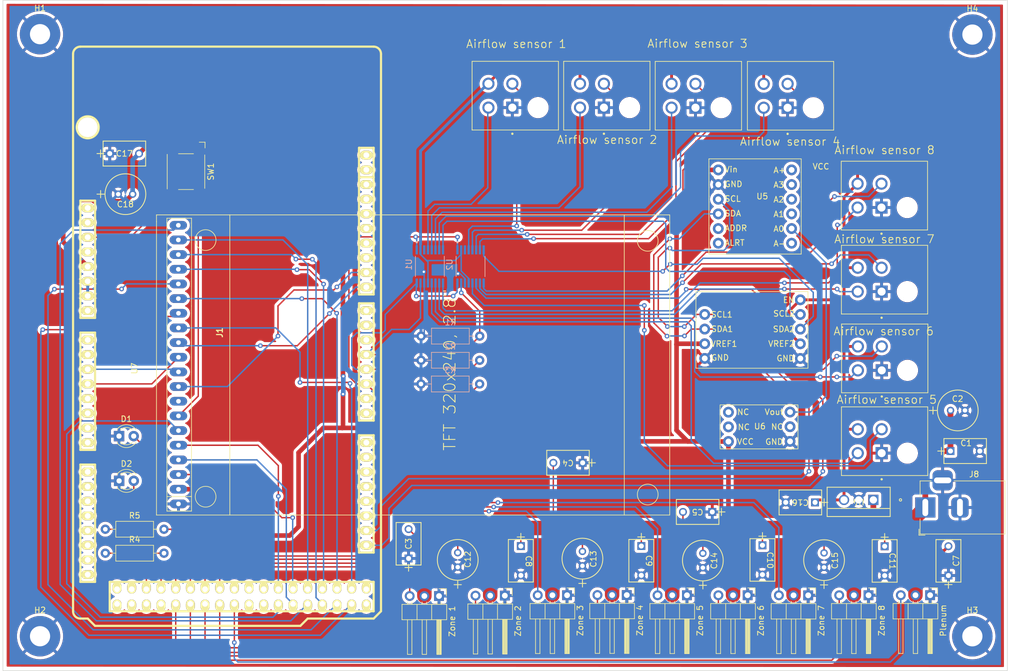
<source format=kicad_pcb>
(kicad_pcb (version 20221018) (generator pcbnew)
  (layers (0 "F.Cu" signal) (31 "B.Cu" signal) (34 "B.Paste" user) (35 "F.Paste" user) (36 "B.SilkS" user "B.Silkscreen") (37 "F.SilkS" user "F.Silkscreen") (38 "B.Mask" user) (39 "F.Mask" user) (44 "Edge.Cuts" user))
  (net 0 "")
  (net 2 "Net-(J1-RESET)")
  (net 4 "VCC")
  (net 5 "GND")
  (net 9 "Net-(J1-AD2)")
  (net 10 "Net-(J1-AD3)")
  (net 25 "Net-(J1-PIN50)")
  (net 26 "Net-(J1-PIN48)")
  (net 27 "Net-(J1-PIN46)")
  (net 28 "Net-(J1-PIN44)")
  (net 29 "Net-(J1-PIN42)")
  (net 30 "Net-(J1-PIN40)")
  (net 34 "Net-(J1-PIN32)")
  (net 35 "Net-(J1-PIN30)")
  (net 36 "Net-(J1-PIN28)")
  (net 37 "Net-(J1-PIN26)")
  (net 38 "Net-(J1-PIN24)")
  (net 39 "Net-(J1-PIN22)")
  (net 45 "Net-(J1-PIN47)")
  (net 46 "Net-(J1-PIN45)")
  (net 47 "Net-(J1-PIN43)")
  (net 48 "Net-(J1-PIN41)")
  (net 49 "Net-(J1-PIN39)")
  (net 52 "Net-(J1-PIN33)")
  (net 53 "Net-(J1-PIN31)")
  (net 54 "Net-(J1-PIN29)")
  (net 55 "Net-(J1-PIN27)")
  (net 56 "Net-(J1-PIN25)")
  (net 57 "Net-(J1-PIN23)")
  (net 59 "Net-(J1-SCL0-3{slash}TWCK1{slash}21)")
  (net 60 "Net-(J1-SDA0-3{slash}TWD1{slash}20)")
  (net 69 "Net-(J1-PWM2{slash}2)")
  (net 70 "Net-(J1-PWM3{slash}3)")
  (net 71 "Net-(J1-SS1{slash}PWM4{slash}SD-CS{slash}4)")
  (net 75 "Net-(J1-PWM8{slash}8)")
  (net 76 "Net-(J1-PWM9{slash}9)")
  (net 85 "/3.3V")
  (net 86 "/SCL_1")
  (net 87 "/SCL_2")
  (net 89 "Net-(U1-D)")
  (net 91 "Net-(U2-D)")
  (net 92 "Net-(U5-A0)")
  (net 97 "/SDA_1")
  (net 98 "/SDA_2")
  (net 99 "/SDA_3")
  (net 100 "/SCL_3")
  (net 101 "/SDA_4")
  (net 102 "/SCL_4")
  (net 103 "/SDA_5")
  (net 104 "/SCL_6")
  (net 105 "/SDA_6")
  (net 106 "/SDA_7")
  (net 107 "/SCL_7")
  (net 108 "/SDA_8")
  (net 109 "/SCL_8")
  (net 110 "Net-(D1-A)")
  (net 111 "Net-(D2-A)")
  (net 112 "/SCL_5")
  (footprint "Cap 1uF:CAP_C330C_MR_X7R_KEM" (layer "F.Cu") (at 234.12 133.32 90)
    (fp_text reference "C7")
    (fp_text value "0.1uF")
  )
  (footprint "Connector_PinHeader_2.54mm:PinHeader_1x03_P2.54mm_Horizontal" (layer "F.Cu") (at 199.355 136.735 -90)
    (fp_text reference "Zone 6")
    (fp_text value "Motor Connector 6")
  )
  (footprint "Cap 1uF:CAP_C330C_MR_X7R_KEM" (layer "F.Cu") (at 201.91 128.08 -90)
    (fp_text reference "C10")
    (fp_text value "0.1uF")
  )
  (footprint "w_conn_misc:arduino_mega_header" (layer "F.Cu") (at 109.17 91.24 -90)
    (fp_text reference "J1")
    (fp_text value "Arduino_Mega_Header" hide)
  )
  (footprint "Cap 1uF:CAP_C330C_MR_X7R_KEM" (layer "F.Cu") (at 223.08 128.25 -90)
    (fp_text reference "C11")
    (fp_text value "0.1uF")
  )
  (footprint "Downloads:TE_1-770174-1" (layer "F.Cu") (at 222.53 64.5)
    (fp_text reference "Airflow sensor 8")
    (fp_text value "J18")
  )
  (footprint "Connector_PinHeader_2.54mm:PinHeader_1x03_P2.54mm_Horizontal" (layer "F.Cu") (at 178.41 136.7 -90)
    (fp_text reference "Zone 4")
    (fp_text value "Motor Connector 4")
  )
  (footprint "Downloads:TE_1-770174-1" (layer "F.Cu") (at 222.55 79.06)
    (fp_text reference "Airflow sensor 7")
    (fp_text value "J17")
  )
  (footprint "Connector_PinHeader_2.54mm:PinHeader_1x03_P2.54mm_Horizontal" (layer "F.Cu") (at 220.285 136.735 -90)
    (fp_text reference "Zone 8")
    (fp_text value "Motor Connector 8")
  )
  (footprint "footprints:TO220-3LD-PL-1_MCH" (layer "F.Cu") (at 221.12 120.22 180)
    (fp_text reference "U4")
    (fp_text value "MIC2940A-3.3WT")
  )
  (footprint "Cap 1uF:CAP_C330C_MR_X7R_KEM" (layer "F.Cu") (at 160.06 128.2199 -90)
    (fp_text reference "C8")
    (fp_text value "0.1uF")
  )
  (footprint "Connector_PinHeader_2.54mm:PinHeader_1x03_P2.54mm_Horizontal" (layer "F.Cu") (at 168.07 136.73 -90)
    (fp_text reference "Zone 3")
    (fp_text value "Motor Connector 3")
  )
  (footprint "MountingHole:MountingHole_3.5mm_Pad" (layer "F.Cu") (at 76.78 39.55)
    (fp_text reference "H1")
    (fp_text value "MountingHole_Pad")
  )
  (footprint "Downloads:TE_1-770174-1" (layer "F.Cu") (at 158.59 47.19)
    (fp_text reference "Airflow sensor 1")
    (fp_text value "J2")
  )
  (footprint "Resistor_THT:R_Axial_DIN0207_L6.3mm_D2.5mm_P10.16mm_Horizontal" (layer "F.Cu") (at 88.09 129.45)
    (fp_text reference "R4")
    (fp_text value "R")
  )
  (footprint "Cap 1uF:CAP_C330C_MR_X7R_KEM" (layer "F.Cu") (at 234.48 111.76)
    (fp_text reference "C1")
    (fp_text value "1uF")
  )
  (footprint "w_conn_misc:12 Bit ADC_1" (layer "F.Cu") (at 201.88 68.14)
    (fp_text reference "U5")
    (fp_text value "12 Bit ADC_1" hide)
  )
  (footprint "MountingHole:MountingHole_3.5mm_Pad" (layer "F.Cu") (at 238.27 143.84)
    (fp_text reference "H3")
    (fp_text value "MountingHole_Pad")
  )
  (footprint "Downloads:TE_1-770174-1" (layer "F.Cu") (at 222.56 107.04)
    (fp_text reference "Airflow sensor 5")
    (fp_text value "J15")
  )
  (footprint "Button_Switch_SMD:SW_SPST_Omron_B3FS-100xP" (layer "F.Cu") (at 102.06 63.36 -90)
    (fp_text reference "SW1")
    (fp_text value "SW_Omron_B3FS")
  )
  (footprint "Downloads:TE_1-770174-1" (layer "F.Cu") (at 206.27 47.21)
    (fp_text reference "Airflow sensor 4")
    (fp_text value "J5")
  )
  (footprint "MountingHole:MountingHole_3.5mm_Pad" (layer "F.Cu") (at 76.78 143.83)
    (fp_text reference "H2")
    (fp_text value "MountingHole_Pad")
  )
  (footprint "Connector_PinHeader_2.54mm:PinHeader_1x03_P2.54mm_Horizontal" (layer "F.Cu") (at 145.89 136.87 -90)
    (fp_text reference "Zone 1")
    (fp_text value "Motor Connector 1")
  )
  (footprint "LED_THT:LED_D3.0mm" (layer "F.Cu") (at 90.465 109.17)
    (fp_text reference "D1")
    (fp_text value "LED")
  )
  (footprint "Cap 100uF:CAP_YX_6P3X11_RUB" (layer "F.Cu") (at 234.49 104.72)
    (fp_text reference "C2")
    (fp_text value "100uF")
  )
  (footprint "Cap 1uF:CAP_C330C_MR_X7R_KEM" (layer "F.Cu") (at 211.0201 120.65 180)
    (fp_text reference "C16")
    (fp_text value "1uF")
  )
  (footprint "w_conn_misc:Pressure Sensor" (layer "F.Cu") (at 199.07 107.54 180)
    (fp_text reference "U6")
    (fp_text value "Pressure Sensor")
  )
  (footprint "w_conn_misc:Level Shifter" (layer "F.Cu") (at 202.0712 93.1703)
    (fp_text reference "U3" hide)
    (fp_text value "Level Shifter")
  )
  (footprint "Cap 100uF:CAP_YX_6P3X11_RUB" (layer "F.Cu") (at 212.58 131.9 90)
    (fp_text reference "C15")
    (fp_text value "100uF")
  )
  (footprint "Downloads:TE_1-770174-1" (layer "F.Cu") (at 222.58 92.7)
    (fp_text reference "Airflow sensor 6")
    (fp_text value "J16")
  )
  (footprint "Cap 1uF:CAP_C330C_MR_X7R_KEM" (layer "F.Cu") (at 180.93 128.21 -90)
    (fp_text reference "C9")
    (fp_text value "0.1uF")
  )
  (footprint "Connector_PinHeader_2.54mm:PinHeader_1x03_P2.54mm_Horizontal" (layer "F.Cu") (at 230.955 136.725 -90)
    (fp_text reference "Plenum")
    (fp_text value "Motor Connector 9")
  )
  (footprint "Cap 100uF:CAP_YX_6P3X11_RUB" (layer "F.Cu") (at 149.13 131.86 90)
    (fp_text reference "C12")
    (fp_text value "100uF")
  )
  (footprint "Downloads:TFT-320x240" (layer "F.Cu") (at 100.76 96.2204 -90)
    (fp_text reference "U7")
    (fp_text value "TFT_320x240")
  )
  (footprint "Connector_PinHeader_2.54mm:PinHeader_1x03_P2.54mm_Horizontal" (layer "F.Cu") (at 157.29 136.8 -90)
    (fp_text reference "Zone 2")
    (fp_text value "Motor Connector 2")
  )
  (footprint "Connector_BarrelJack:BarrelJack_Horizontal" (layer "F.Cu") (at 230.12 121.53 180)
    (fp_text reference "J8")
    (fp_text value "Barrel_Jack_Switch_Pin3Ring")
  )
  (footprint "Connector_PinHeader_2.54mm:PinHeader_1x03_P2.54mm_Horizontal" (layer "F.Cu") (at 209.835 136.745 -90)
    (fp_text reference "Zone 7")
    (fp_text value "Motor Connector 7")
  )
  (footprint "Downloads:TE_1-770174-1" (layer "F.Cu") (at 174.45 47.19)
    (fp_text reference "Airflow sensor 2")
    (fp_text value "J3")
  )
  (footprint "Cap 1uF:CAP_C330C_MR_X7R_KEM" (layer "F.Cu") (at 193.22 122.3 180)
    (fp_text reference "C5")
    (fp_text value "0.1uF")
  )
  (footprint "Connector_PinHeader_2.54mm:PinHeader_1x03_P2.54mm_Horizontal" (layer "F.Cu") (at 188.825 136.735 -90)
    (fp_text reference "Zone 5")
    (fp_text value "Motor Connector 5")
  )
  (footprint "Resistor_THT:R_Axial_DIN0207_L6.3mm_D2.5mm_P10.16mm_Horizontal" (layer "F.Cu") (at 88.09 125.3)
    (fp_text reference "R5")
    (fp_text value "R")
  )
  (footprint "Cap 100uF:CAP_YX_6P3X11_RUB" (layer "F.Cu") (at 90.32 67.26)
    (fp_text reference "C18")
    (fp_text value "100uF")
  )
  (footprint "Cap 100uF:CAP_YX_6P3X11_RUB" (layer "F.Cu") (at 191.59 131.97 90)
    (fp_text reference "C14")
    (fp_text value "100uF")
  )
  (footprint "Cap 100uF:CAP_YX_6P3X11_RUB" (layer "F.Cu") (at 170.73 131.64 90)
    (fp_text reference "C13")
    (fp_text value "100uF")
  )
  (footprint "Downloads:TE_1-770174-1" (layer "F.Cu") (at 190.31 47.2)
    (fp_text reference "Airflow sensor 3")
    (fp_text value "J4")
  )
  (footprint "MountingHole:MountingHole_3.5mm_Pad" (layer "F.Cu") (at 238.28 39.62)
    (fp_text reference "H4")
    (fp_text value "MountingHole_Pad")
  )
  (footprint "Cap 1uF:CAP_C330C_MR_X7R_KEM" (layer "F.Cu") (at 170.77 113.79 180)
    (fp_text reference "C4")
    (fp_text value "0.1uF")
  )
  (footprint "LED_THT:LED_D3.0mm" (layer "F.Cu") (at 90.48 116.92)
    (fp_text reference "D2")
    (fp_text value "LED")
  )
  (footprint "Cap 1uF:CAP_C330C_MR_X7R_KEM" (layer "F.Cu") (at 140.62 130.36 90)
    (fp_text reference "C3")
    (fp_text value "0.1uF")
  )
  (footprint "Cap 1uF:CAP_C330C_MR_X7R_KEM" (layer "F.Cu") (at 88.8522 60.2319)
    (fp_text reference "C17")
    (fp_text value "0.1uF")
  )
  (footprint "Resistor_THT:R_Axial_DIN0207_L6.3mm_D2.5mm_P10.16mm_Horizontal" (layer "B.Cu") (at 152.92 100.14 180)
    (fp_text reference "R3")
    (fp_text value "10K")
  )
  (footprint "Resistor_THT:R_Axial_DIN0207_L6.3mm_D2.5mm_P10.16mm_Horizontal" (layer "B.Cu") (at 152.94 91.85 180)
    (fp_text reference "R1")
    (fp_text value "10K")
  )
  (footprint "TMUX1208PWR:SOP65P640X120-16N" (layer "B.Cu") (at 144.3 79.78 -90)
    (fp_text reference "U1")
    (fp_text value "TMUX1208PWR")
  )
  (footprint "TMUX1208PWR:SOP65P640X120-16N" (layer "B.Cu") (at 151.35 79.78 -90)
    (fp_text reference "U2")
    (fp_text value "TMUX1208PWR")
  )
  (footprint "Resistor_THT:R_Axial_DIN0207_L6.3mm_D2.5mm_P10.16mm_Horizontal" (layer "B.Cu") (at 152.93 96.03 180)
    (fp_text reference "R2")
    (fp_text value "10K")
  )
  (gr_rect (start 70.35 33.68) (end 244.33 149.8) (stroke (width 0.1)) (fill none) (layer "Edge.Cuts"))
  (segment (start 104.19 70.19) (end 101.36 67.36) (width 0.25) (layer "F.Cu") (net 2))
  (segment (start 99.81 59.36) (end 99.81 67.36) (width 0.25) (layer "F.Cu") (net 2))
  (segment (start 92.44 74.73) (end 99.81 67.36) (width 0.25) (layer "F.Cu") (net 2))
  (segment (start 101.36 67.36) (end 99.81 67.36) (width 0.25) (layer "F.Cu") (net 2))
  (segment (start 100.76 105.6692) (end 104.19 102.2392) (width 0.25) (layer "F.Cu") (net 2))
  (segment (start 104.19 102.2392) (end 104.19 70.19) (width 0.25) (layer "F.Cu") (net 2))
  (segment (start 91.68 74.73) (end 92.44 74.73) (width 0.25) (layer "F.Cu") (net 2))
  (segment (start 85.04 74.73) (end 91.68 74.73) (width 0.25) (layer "F.Cu") (net 2))
  (segment (start 91.66 74.75) (end 91.68 74.73) (width 0.25) (layer "F.Cu") (net 2))
  (segment (start 228.415 129.02) (end 228.415 136.725) (width 2.5) (layer "F.Cu") (net 4))
  (segment (start 154.86 125.09) (end 149.22 125.09) (width 2.5) (layer "F.Cu") (net 4))
  (segment (start 145.65 125.09) (end 143.33 127.41) (width 2.5) (layer "F.Cu") (net 4))
  (segment (start 121.56 124.86) (end 120.03 126.39) (width 0.8) (layer "F.Cu") (net 4))
  (segment (start 212.58 125.22) (end 212.71 125.09) (width 0.25) (layer "F.Cu") (net 4))
  (segment (start 230.12 114.99) (end 233.35 111.76) (width 1) (layer "F.Cu") (net 4))
  (segment (start 80.79 71.29) (end 80.79 75.56) (width 0.8) (layer "F.Cu") (net 4))
  (segment (start 212.71 125.09) (end 207.28 125.09) (width 2.5) (layer "F.Cu") (net 4))
  (segment (start 194.1424 110.08) (end 194.1678 110.1054) (width 0.8) (layer "F.Cu") (net 4))
  (segment (start 129.13 107.75) (end 125.84 107.75) (width 0.8) (layer "F.Cu") (net 4))
  (segment (start 165.69 113.79) (end 165.69 125.07) (width 0.25) (layer "F.Cu") (net 4))
  (segment (start 129.26 107.62) (end 129.13 107.75) (width 0.8) (layer "F.Cu") (net 4))
  (segment (start 137.37 107.75) (end 129.13 107.75) (width 0.8) (layer "F.Cu") (net 4))
  (segment (start 233.35 111.76) (end 234.48 111.76) (width 1) (layer "F.Cu") (net 4))
  (segment (start 170.73 125.25) (end 170.57 125.09) (width 0.25) (layer "F.Cu") (net 4))
  (segment (start 223.08 125.24) (end 223.23 125.09) (width 0.25) (layer "F.Cu") (net 4))
  (segment (start 165.71 125.09) (end 165.53 125.27) (width 2.5) (layer "F.Cu") (net 4))
  (segment (start 91.585 68.495) (end 86.148979 68.495) (width 0.8) (layer "F.Cu") (net 4))
  (segment (start 212.58 129.4) (end 212.58 125.22) (width 0.25) (layer "F.Cu") (net 4))
  (segment (start 187.03 72.9612) (end 189.8116 70.1796) (width 0.8) (layer "F.Cu") (net 4))
  (segment (start 207.28 125.09) (end 207.295 125.105) (width 2.5) (layer "F.Cu") (net 4))
  (segment (start 129.25 98.74) (end 129.31 98.8) (width 0.8) (layer "F.Cu") (net 4))
  (segment (start 202.06 125.09) (end 197.75 125.09) (width 2.5) (layer "F.Cu") (net 4))
  (segment (start 176.21 125.09) (end 170.57 125.09) (width 2.5) (layer "F.Cu") (net 4))
  (segment (start 217.85 125.09) (end 212.71 125.09) (width 2.5) (layer "F.Cu") (net 4))
  (segment (start 196.022 124.718) (end 195.65 125.09) (width 0.8) (layer "F.Cu") (net 4))
  (segment (start 139.7 110.08) (end 137.37 107.75) (width 0.8) (layer "F.Cu") (net 4))
  (segment (start 86.148979 68.495) (end 85.913979 68.26) (width 0.8) (layer "F.Cu") (net 4))
  (segment (start 186.285 125.805) (end 186.285 128.9) (width 2.5) (layer "F.Cu") (net 4))
  (segment (start 194.1424 110.08) (end 139.7 110.08) (width 0.8) (layer "F.Cu") (net 4))
  (segment (start 143.35 127.43) (end 143.35 128.93) (width 2.5) (layer "F.Cu") (net 4))
  (segment (start 217.91 128.985) (end 217.745 128.82) (width 0.25) (layer "F.Cu") (net 4))
  (segment (start 149.22 125.09) (end 145.65 125.09) (width 2.5) (layer "F.Cu") (net 4))
  (segment (start 230.12 114.99) (end 230.12 121.53) (width 1) (layer "F.Cu") (net 4))
  (segment (start 186.285 128.9) (end 186.285 136.735) (width 2.5) (layer "F.Cu") (net 4))
  (segment (start 160.06 125.17) (end 160.14 125.09) (width 0.25) (layer "F.Cu") (net 4))
  (segment (start 170.57 125.09) (end 165.71 125.09) (width 2.5) (layer "F.Cu") (net 4))
  (segment (start 207.28 125.09) (end 202.06 125.09) (width 2.5) (layer "F.Cu") (net 4))
  (segment (start 187.1497 93.1703) (end 191.9112 93.1703) (width 0.8) (layer "F.Cu") (net 4))
  (segment (start 191.41 63.06) (end 194.26 63.06) (width 0.8) (layer "F.Cu") (net 4))
  (segment (start 97.8241 56.34) (end 121.63 56.34) (width 0.8) (layer "F.Cu") (net 4))
  (segment (start 189.8116 70.1796) (end 189.8116 64.6584) (width 0.8) (layer "F.Cu") (net 4))
  (segment (start 187.03 93.29) (end 187.1497 93.1703) (width 0.8) (layer "F.Cu") (net 4))
  (segment (start 195.65 125.09) (end 195.63 125.11) (width 0.8) (layer "F.Cu") (net 4))
  (segment (start 217.85 125.09) (end 217.745 125.195) (width 2.5) (layer "F.Cu") (net 4))
  (segment (start 196.022 110.1054) (end 196.022 124.718) (width 0.8) (layer "F.Cu") (net 4))
  (segment (start 194.1424 110.08) (end 188.95 110.08) (width 0.8) (layer "F.Cu") (net 4))
  (segment (start 165.71 125.09) (end 160.14 125.09) (width 2.5) (layer "F.Cu") (net 4))
  (segment (start 201.91 125.24) (end 202.06 125.09) (width 0.25) (layer "F.Cu") (net 4))
  (segment (start 195.65 125.09) (end 191.46 125.09) (width 2.5) (layer "F.Cu") (net 4))
  (segment (start 187.03 93.29) (end 187.03 72.9612) (width 0.8) (layer "F.Cu") (net 4))
  (segment (start 207.295 129.2) (end 207.295 136.745) (width 2.5) (layer "F.Cu") (net 4))
  (segment (start 175.87 129.2) (end 175.87 136.7) (width 2.5) (layer "F.Cu") (net 4))
  (segment (start 160.06 128.2199) (end 160.06 125.17) (width 0.25) (layer "F.Cu") (net 4))
  (segment (start 191.46 125.09) (end 188.25 125.09) (width 2.5) (layer "F.Cu") (net 4))
  (segment (start 228.415 126.945) (end 228.415 129.02) (width 2.5) (layer "F.Cu") (net 4))
  (segment (start 217.745 125.195) (end 217.745 128.82) (width 2.5) (layer "F.Cu") (net 4))
  (segment (start 223.08 128.25) (end 223.08 125.24) (width 0.25) (layer "F.Cu") (net 4))
  (segment (start 121.56 112.03) (end 121.56 124.86) (width 0.8) (layer "F.Cu") (net 4))
  (segment (start 221 125.09) (end 217.85 125.09) (width 2.5) (layer "F.Cu") (net 4))
  (segment (start 221.12 120.22) (end 221.12 124.97) (width 1) (layer "F.Cu") (net 4))
  (segment (start 129.26 101.89) (end 129.26 107.62) (width 0.8) (layer "F.Cu") (net 4))
  (segment (start 154.895 128.945) (end 154.75 129.09) (width 0.25) (layer "F.Cu") (net 4))
  (segment (start 228.42 129.015) (end 233.345 129.015) (width 0.5) (layer "F.Cu") (net 4))
  (segment (start 191.59 125.22) (end 191.46 125.09) (width 0.25) (layer "F.Cu") (net 4))
  (segment (start 149.13 125.18) (end 149.22 125.09) (width 0.25) (layer "F.Cu") (net 4))
  (segment (start 175.87 125.43) (end 175.87 129.2) (width 2.5) (layer "F.Cu") (net 4))
  (segment (start 188.25 125.09) (end 185.57 125.09) (width 2.5) (layer "F.Cu") (net 4))
  (segment (start 201.91 128.08) (end 201.91 125.24) (width 0.25) (layer "F.Cu") (net 4))
  (segment (start 207.51 128.985) (end 207.295 129.2) (width 0.25) (layer "F.Cu") (net 4))
  (segment (start 187.03 108.16) (end 187.03 93.29) (width 0.8) (layer "F.Cu") (net 4))
  (segment (start 176.21 125.09) (end 175.87 125.43) (width 2.5) (layer "F.Cu") (net 4))
  (segment (start 154.75 125.2) (end 154.75 129.09) (width 2.5) (layer "F.Cu") (net 4))
  (segment (start 228.42 129.015) (end 228.415 129.02) (width 0.25) (layer "F.Cu") (net 4))
  (segment (start 207.295 125.105) (end 207.295 129.2) (width 2.5) (layer "F.Cu") (net 4))
  (segment (start 189.8116 64.6584) (end 191.41 63.06) (width 0.8) (layer "F.Cu") (net 4))
  (segment (start 234.48 104.73) (end 234.49 104.72) (width 1) (layer "F.Cu") (net 4))
  (segment (start 170.73 129.14) (end 170.73 125.25) (width 0.25) (layer "F.Cu") (net 4))
  (segment (start 191.59 129.47) (end 191.59 125.22) (width 0.25) (layer "F.Cu") (net 4))
  (segment (start 233.345 129.015) (end 234.12 128.24) (width 0.5) (layer "F.Cu") (net 4))
  (segment (start 120.03 126.39) (end 116 126.39) (width 0.8) (layer "F.Cu") (net 4))
  (segment (start 180.93 125.29) (end 181.13 125.09) (width 0.25) (layer "F.Cu") (net 4))
  (segment (start 85.913979 68.26) (end 83.82 68.26) (width 0.8) (layer "F.Cu") (net 4))
  (segment (start 197.75 125.09) (end 196.815 126.025) (width 2.5) (layer "F.Cu") (net 4))
  (segment (start 154.86 125.09) (end 154.75 125.2) (width 2.5) (layer "F.Cu") (net 4))
  (segment (start 197.75 125.09) (end 195.65 125.09) (width 2.5) (layer "F.Cu") (net 4))
  (segment (start 116 126.39) (end 107.9792 118.3692) (width 0.8) (layer "F.Cu") (net 4))
  (segment (start 140.62 125.28) (end 142.75 127.41) (width 0.25) (layer "F.Cu") (net 4))
  (segment (start 188.14 122.3) (end 188.14 124.98) (width 0.25) (layer "F.Cu") (net 4))
  (segment (start 143.33 127.41) (end 143.35 127.43) (width 0.8) (layer "F.Cu") (net 4))
  (segment (start 121.63 56.34) (end 129.25 63.96) (width 0.8) (layer "F.Cu") (net 4))
  (segment (start 197.04 128.945) (end 196.815 129.17) (width 0.25) (layer "F.Cu") (net 4))
  (segment (start 221.12 124.97) (end 221 125.09) (width 0.25) (layer "F.Cu") (net 4))
  (segment (start 165.69 125.07) (end 165.71 125.09) (width 0.25) (layer "F.Cu") (net 4))
  (segment (start 165.535 128.925) (end 165.53 128.93) (width 0.25) (layer "F.Cu") (net 4))
  (segment (start 226.56 125.09) (end 223.23 125.09) (width 2.5) (layer "F.Cu") (net 4))
  (segment (start 234.48 111.76) (end 234.48 104.73) (width 1) (layer "F.Cu") (net 4))
  (segment (start 142.75 127.41) (end 143.33 127.41) (width 0.25) (layer "F.Cu") (net 4))
  (segment (start 149.13 129.36) (end 149.13 125.18) (width 0.25) (layer "F.Cu") (net 4))
  (segment (start 129.25 63.96) (end 129.25 98.74) (width 0.8) (layer "F.Cu") (net 4))
  (segment (start 223.23 125.09) (end 221 125.09) (width 2.5) (layer "F.Cu") (net 4))
  (segment (start 194.1678 110.1054) (end 196.022 110.1054) (width 0.8) (layer "F.Cu") (net 4))
  (segment (start 196.815 126.025) (end 196.815 129.17) (width 2.5) (layer "F.Cu") (net 4))
  (segment (start 160.14 125.09) (end 154.86 125.09) (width 2.5) (layer "F.Cu") (net 4))
  (segment (start 185.57 125.09) (end 186.285 125.805) (width 2.5) (layer "F.Cu") (net 4))
  (segment (start 83.82 68.26) (end 80.79 71.29) (width 0.8) (layer "F.Cu") (net 4))
  (segment (start 107.9792 118.3692) (end 100.76 118.3692) (width 0.8) (layer "F.Cu") (net 4))
  (segment (start 165.53 128.93) (end 165.53 136.73) (width 2.5) (layer "F.Cu") (net 4))
  (segment (start 185.57 125.09) (end 181.13 125.09) (width 2.5) (layer "F.Cu") (net 4))
  (segment (start 181.13 125.09) (end 176.21 125.09) (width 2.5) (layer "F.Cu") (net 4))
  (segment (start 143.35 128.93) (end 143.35 136.87) (width 2.5) (layer "F.Cu") (net 4))
  (segment (start 93.9322 60.2319) (end 97.8241 56.34) (width 0.8) (layer "F.Cu") (net 4))
  (segment (start 92.82 67.26) (end 91.585 68.495) (width 0.8) (layer "F.Cu") (net 4))
  (segment (start 226.56 125.09) (end 228.415 126.945) (width 2.5) (layer "F.Cu") (net 4))
  (segment (start 80.79 75.56) (end 85.04 79.81) (width 0.8) (layer "F.Cu") (net 4))
  (segment (start 154.75 129.09) (end 154.75 136.8) (width 2.5) (layer "F.Cu") (net 4))
  (segment (start 165.53 125.27) (end 165.53 128.93) (width 2.5) (layer "F.Cu") (net 4))
  (segment (start 226.56 125.09) (end 230.12 121.53) (width 2.5) (layer "F.Cu") (net 4))
  (segment (start 217.745 128.82) (end 217.745 136.735) (width 2.5) (layer "F.Cu") (net 4))
  (segment (start 188.14 124.98) (end 188.25 125.09) (width 0.25) (layer "F.Cu") (net 4))
  (segment (start 143.78 129.36) (end 143.35 128.93) (width 0.25) (layer "F.Cu") (net 4))
  (segment (start 125.84 107.75) (end 121.56 112.03) (width 0.8) (layer "F.Cu") (net 4))
  (segment (start 196.815 129.17) (end 196.815 136.735) (width 2.5) (layer "F.Cu") (net 4))
  (segment (start 176.135 128.935) (end 175.87 129.2) (width 0.25) (layer "F.Cu") (net 4))
  (segment (start 180.93 128.21) (end 180.93 125.29) (width 0.25) (layer "F.Cu") (net 4))
  (segment (start 188.95 110.08) (end 187.03 108.16) (width 0.8) (layer "F.Cu") (net 4))
  (via (at 129.26 101.89) (size 0.8) (drill 0.4) (layers "F.Cu" "B.Cu") (net 4))
  (via (at 129.31 98.8) (size 0.8) (drill 0.4) (layers "F.Cu" "B.Cu") (net 4))
  (segment (start 129.31 98.8) (end 129.31 101.84) (width 0.8) (layer "B.Cu") (net 4))
  (segment (start 92.82 61.3441) (end 93.9322 60.2319) (width 0.8) (layer "B.Cu") (net 4))
  (segment (start 129.31 101.84) (end 129.26 101.89) (width 0.8) (layer "B.Cu") (net 4))
  (segment (start 92.82 67.26) (end 92.82 61.3441) (width 0.8) (layer "B.Cu") (net 4))
  (segment (start 142.77 100.13) (end 142.76 100.14) (width 0.25) (layer "F.Cu") (net 5))
  (segment (start 142.78 96.02) (end 142.77 96.03) (width 0.25) (layer "F.Cu") (net 5))
  (segment (start 104.31 59.36) (end 104.31 67.36) (width 0.25) (layer "F.Cu") (net 5))
  (segment (start 208.4612 95.7103) (end 208.4712 95.7203) (width 0.25) (layer "F.Cu") (net 5))
  (segment (start 143.2505 80.71) (end 148.851125 80.71) (width 0.25) (layer "F.Cu") (net 5))
  (segment (start 90.465 116.905) (end 90.48 116.92) (width 0.25) (layer "F.Cu") (net 5))
  (segment (start 148.851125 80.71) (end 149.174357 81.033232) (width 0.25) (layer "F.Cu") (net 5))
  (via (at 143.2505 80.71) (size 0.8) (drill 0.4) (layers "F.Cu" "B.Cu") (net 5))
  (via (at 149.174357 81.033232) (size 0.8) (drill 0.4) (layers "F.Cu" "B.Cu") (net 5))
  (segment (start 143.325 82.65) (end 143.325 80.7845) (width 0.25) (layer "B.Cu") (net 5))
  (segment (start 150.375 81.862389) (end 150.375 82.65) (width 0.25) (layer "B.Cu") (net 5))
  (segment (start 143.325 80.7845) (end 143.2505 80.71) (width 0.25) (layer "B.Cu") (net 5))
  (segment (start 149.174357 81.033232) (end 149.545843 81.033232) (width 0.25) (layer "B.Cu") (net 5))
  (segment (start 143.325 91.305) (end 143.325 82.65) (width 0.25) (layer "B.Cu") (net 5))
  (segment (start 208.4612 95.7103) (end 208.4712 95.7203) (width 0.25) (layer "B.Cu") (net 5))
  (segment (start 149.545843 81.033232) (end 150.375 81.862389) (width 0.25) (layer "B.Cu") (net 5))
  (segment (start 142.78 91.85) (end 143.325 91.305) (width 0.25) (layer "B.Cu") (net 5))
  (segment (start 85.04 97.59) (end 100.3008 97.59) (width 0.25) (layer "B.Cu") (net 9))
  (segment (start 100.3008 97.59) (end 100.76 98.0492) (width 0.25) (layer "B.Cu") (net 9))
  (segment (start 85.04 100.13) (end 96.1392 100.13) (width 0.25) (layer "F.Cu") (net 10))
  (segment (start 96.1392 100.13) (end 100.76 95.5092) (width 0.25) (layer "F.Cu") (net 10))
  (segment (start 96.92 129.45) (end 98.25 129.45) (width 0.25) (layer "F.Cu") (net 25))
  (segment (start 95.2 131.17) (end 96.92 129.45) (width 0.25) (layer "F.Cu") (net 25))
  (segment (start 95.2 135.69) (end 95.2 131.17) (width 0.25) (layer "F.Cu") (net 25))
  (segment (start 97.74 132.97) (end 97.74 135.69) (width 0.25) (layer "F.Cu") (net 26))
  (segment (start 100.02 130.69) (end 97.74 132.97) (width 0.25) (layer "F.Cu") (net 26))
  (segment (start 98.25 125.3) (end 99.45 125.3) (width 0.25) (layer "F.Cu") (net 26))
  (segment (start 100.02 125.87) (end 100.02 130.69) (width 0.25) (layer "F.Cu") (net 26))
  (segment (start 99.45 125.3) (end 100.02 125.87) (width 0.25) (layer "F.Cu") (net 26))
  (segment (start 100.28 131.27) (end 101.61 129.94) (width 0.25) (layer "F.Cu") (net 27))
  (segment (start 101.61 129.94) (end 136.78 129.94) (width 0.25) (layer "F.Cu") (net 27))
  (segment (start 138.01 123.253604) (end 140.583604 120.68) (width 0.25) (layer "F.Cu") (net 27))
  (segment (start 136.78 129.94) (end 138.01 128.71) (width 0.25) (layer "F.Cu") (net 27))
  (segment (start 156.06 120.65) (end 156.09 120.68) (width 0.25) (layer "F.Cu") (net 27))
  (segment (start 140.583604 120.68) (end 156.09 120.68) (width 0.25) (layer "F.Cu") (net 27))
  (segment (start 100.28 135.69) (end 100.28 131.27) (width 0.25) (layer "F.Cu") (net 27))
  (segment (start 138.01 128.71) (end 138.01 123.253604) (width 0.25) (layer "F.Cu") (net 27))
  (via (at 156.09 120.68) (size 0.8) (drill 0.4) (layers "F.Cu" "B.Cu") (net 27))
  (segment (start 204.755 125.025) (end 204.755 136.745) (width 0.25) (layer "B.Cu") (net 27))
  (segment (start 204.76 125.02) (end 204.755 125.025) (width 0.25) (layer "B.Cu") (net 27))
  (segment (start 156.09 120.68) (end 200.42 120.68) (width 0.25) (layer "B.Cu") (net 27))
  (segment (start 200.42 120.68) (end 204.76 125.02) (width 0.25) (layer "B.Cu") (net 27))
  (segment (start 137.16 130.5) (end 138.6 129.06) (width 0.25) (layer "F.Cu") (net 28))
  (segment (start 104.34 130.5) (end 137.16 130.5) (width 0.25) (layer "F.Cu") (net 28))
  (segment (start 138.6 123.3) (end 140.46 121.44) (width 0.25) (layer "F.Cu") (net 28))
  (segment (start 140.46 121.44) (end 155.35 121.44) (width 0.25) (layer "F.Cu") (net 28))
  (segment (start 102.82 135.69) (end 102.82 132.02) (width 0.25) (layer "F.Cu") (net 28))
  (segment (start 155.34 121.43) (end 155.35 121.44) (width 0.25) (layer "F.Cu") (net 28))
  (segment (start 138.6 129.06) (end 138.6 123.3) (width 0.25) (layer "F.Cu") (net 28))
  (segment (start 102.82 132.02) (end 104.34 130.5) (width 0.25) (layer "F.Cu") (net 28))
  (via (at 155.35 121.44) (size 0.8) (drill 0.4) (layers "F.Cu" "B.Cu") (net 28))
  (segment (start 183.745 125.235) (end 183.745 136.735) (width 0.25) (layer "B.Cu") (net 28))
  (segment (start 155.35 121.44) (end 179.95 121.44) (width 0.25) (layer "B.Cu") (net 28))
  (segment (start 179.95 121.44) (end 183.745 125.235) (width 0.25) (layer "B.Cu") (net 28))
  (segment (start 139.29 123.48) (end 140.62 122.15) (width 0.25) (layer "F.Cu") (net 29))
  (segment (start 139.29 129.42) (end 139.29 123.48) (width 0.25) (layer "F.Cu") (net 29))
  (segment (start 140.62 122.15) (end 154.52 122.15) (width 0.25) (layer "F.Cu") (net 29))
  (segment (start 105.36 133.01) (end 107.19 131.18) (width 0.25) (layer "F.Cu") (net 29))
  (segment (start 154.52 122.15) (end 154.54 122.17) (width 0.25) (layer "F.Cu") (net 29))
  (segment (start 107.19 131.18) (end 137.53 131.18) (width 0.25) (layer "F.Cu") (net 29))
  (segment (start 105.36 135.69) (end 105.36 133.01) (width 0.25) (layer "F.Cu") (net 29))
  (segment (start 137.53 131.18) (end 139.29 129.42) (width 0.25) (layer "F.Cu") (net 29))
  (via (at 154.54 122.17) (size 0.8) (drill 0.4) (layers "F.Cu" "B.Cu") (net 29))
  (segment (start 154.54 122.17) (end 161.01 122.17) (width 0.25) (layer "B.Cu") (net 29))
  (segment (start 161.01 122.17) (end 162.99 124.15) (width 0.25) (layer "B.Cu") (net 29))
  (segment (start 162.99 124.15) (end 162.99 136.73) (width 0.25) (layer "B.Cu") (net 29))
  (segment (start 138.98 131.82) (end 140.81 133.65) (width 0.25) (layer "F.Cu") (net 30))
  (segment (start 140.81 133.65) (end 140.81 136.87) (width 0.25) (layer "F.Cu") (net 30))
  (segment (start 109.27 131.82) (end 138.98 131.82) (width 0.25) (layer "F.Cu") (net 30))
  (segment (start 107.9 133.19) (end 109.27 131.82) (width 0.25) (layer "F.Cu") (net 30))
  (segment (start 107.9 135.69) (end 107.9 133.19) (width 0.25) (layer "F.Cu") (net 30))
  (segment (start 118.06 119.59) (end 118.06 114.29) (width 0.25) (layer "F.Cu") (net 34))
  (segment (start 114.5 110.73) (end 114.4808 110.7492) (width 0.25) (layer "F.Cu") (net 34))
  (segment (start 118.06 114.29) (end 114.5 110.73) (width 0.25) (layer "F.Cu") (net 34))
  (segment (start 114.4808 110.7492) (end 100.76 110.7492) (width 0.25) (layer "F.Cu") (net 34))
  (via (at 118.06 119.59) (size 0.8) (drill 0.4) (layers "F.Cu" "B.Cu") (net 34))
  (segment (start 118.27 135.48) (end 118.06 135.69) (width 0.25) (layer "B.Cu") (net 34))
  (segment (start 118.06 135.69) (end 118.06 119.59) (width 0.25) (layer "B.Cu") (net 34))
  (segment (start 100.76 115.8292) (end 114.5192 115.8292) (width 0.25) (layer "F.Cu") (net 35))
  (segment (start 116.95 118.26) (end 116.95 121.58) (width 0.25) (layer "F.Cu") (net 35))
  (segment (start 114.5192 115.8292) (end 116.69 118) (width 0.25) (layer "F.Cu") (net 35))
  (segment (start 116.95 121.58) (end 118.66 123.29) (width 0.25) (layer "F.Cu") (net 35))
  (segment (start 116.69 118) (end 116.95 118.26) (width 0.25) (layer "F.Cu") (net 35))
  (segment (start 118.66 123.29) (end 120.54 123.29) (width 0.25) (layer "F.Cu") (net 35))
  (via (at 120.54 123.29) (size 0.8) (drill 0.4) (layers "F.Cu" "B.Cu") (net 35))
  (segment (start 120.54 123.29) (end 120.54 135.63) (width 0.25) (layer "B.Cu") (net 35))
  (segment (start 120.61 135.68) (end 120.6 135.69) (width 0.25) (layer "B.Cu") (net 35))
  (segment (start 120.54 135.63) (end 120.6 135.69) (width 0.25) (layer "B.Cu") (net 35))
  (segment (start 123.14 135.69) (end 123.14 79.48) (width 0.25) (layer "B.Cu") (net 36))
  (segment (start 123.14 79.48) (end 118.8492 75.1892) (width 0.25) (layer "B.Cu") (net 36))
  (segment (start 118.8492 75.1892) (end 100.7346 75.1892) (width 0.25) (layer "B.Cu") (net 36))
  (segment (start 123.26 135.57) (end 123.14 135.69) (width 0.25) (layer "B.Cu") (net 36))
  (segment (start 123.39 80.34) (end 121.28 80.34) (width 0.25) (layer "F.Cu") (net 37))
  (segment (start 125.89 82.84) (end 123.39 80.34) (width 0.25) (layer "F.Cu") (net 37))
  (via (at 125.89 82.84) (size 0.8) (drill 0.4) (layers "F.Cu" "B.Cu") (net 37))
  (via (at 121.28 80.34) (size 0.8) (drill 0.4) (layers "F.Cu" "B.Cu") (net 37))
  (segment (start 121.2092 80.2692) (end 100.7346 80.2692) (width 0.25) (layer "B.Cu") (net 37))
  (segment (start 121.28 80.34) (end 121.2092 80.2692) (width 0.25) (layer "B.Cu") (net 37))
  (segment (start 125.68 135.69) (end 125.89 135.48) (width 0.25) (layer "B.Cu") (net 37))
  (segment (start 125.89 135.48) (end 125.89 82.84) (width 0.25) (layer "B.Cu") (net 37))
  (segment (start 128.16 87.88) (end 125.64 85.36) (width 0.25) (layer "F.Cu") (net 38))
  (segment (start 125.64 85.36) (end 122.12 85.36) (width 0.25) (layer "F.Cu") (net 38))
  (via (at 122.12 85.36) (size 0.8) (drill 0.4) (layers "F.Cu" "B.Cu") (net 38))
  (via (at 128.16 87.88) (size 0.8) (drill 0.4) (layers "F.Cu" "B.Cu") (net 38))
  (segment (start 122.12 85.36) (end 122.1092 85.3492) (width 0.25) (layer "B.Cu") (net 38))
  (segment (start 128.22 135.69) (end 128.22 87.94) (width 0.25) (layer "B.Cu") (net 38))
  (segment (start 128.22 87.94) (end 128.16 87.88) (width 0.25) (layer "B.Cu") (net 38))
  (segment (start 122.1092 85.3492) (end 100.7346 85.3492) (width 0.25) (layer "B.Cu") (net 38))
  (segment (start 121.81 99.87) (end 130.305402 99.87) (width 0.25) (layer "F.Cu") (net 39))
  (segment (start 121.99 100.05) (end 121.81 99.87) (width 0.25) (layer "F.Cu") (net 39))
  (segment (start 130.305402 99.87) (end 130.477701 100.042299) (width 0.25) (layer "F.Cu") (net 39))
  (via (at 121.81 99.87) (size 0.8) (drill 0.4) (layers "F.Cu" "B.Cu") (net 39))
  (via (at 130.477701 100.042299) (size 0.8) (drill 0.4) (layers "F.Cu" "B.Cu") (net 39))
  (segment (start 130.69 135.62) (end 130.76 135.69) (width 0.25) (layer "B.Cu") (net 39))
  (segment (start 130.477701 100.042299) (end 130.477701 100.697701) (width 0.25) (layer "B.Cu") (net 39))
  (segment (start 121.81 99.87) (end 121.81 94.62) (width 0.25) (layer "B.Cu") (net 39))
  (segment (start 130.76 135.69) (end 130.76 100.98) (width 0.25) (layer "B.Cu") (net 39))
  (segment (start 117.6192 90.4292) (end 100.76 90.4292) (width 0.25) (layer "B.Cu") (net 39))
  (segment (start 121.81 94.62) (end 117.6192 90.4292) (width 0.25) (layer "B.Cu") (net 39))
  (segment (start 130.477701 100.697701) (end 130.76 100.98) (width 0.25) (layer "B.Cu") (net 39))
  (segment (start 101.92 147.98) (end 213.92 147.98) (width 0.25) (layer "F.Cu") (net 45))
  (segment (start 213.92 147.98) (end 215.205 146.695) (width 0.25) (layer "F.Cu") (net 45))
  (segment (start 100.28 138.23) (end 100.28 146.34) (width 0.25) (layer "F.Cu") (net 45))
  (segment (start 215.205 146.695) (end 215.205 136.735) (width 0.25) (layer "F.Cu") (net 45))
  (segment (start 100.28 146.34) (end 101.92 147.98) (width 0.25) (layer "F.Cu") (net 45))
  (segment (start 192.84 147.24) (end 194.275 145.805) (width 0.25) (layer "F.Cu") (net 46))
  (segment (start 102.82 145.66) (end 104.4 147.24) (width 0.25) (layer "F.Cu") (net 46))
  (segment (start 104.4 147.24) (end 192.84 147.24) (width 0.25) (layer "F.Cu") (net 46))
  (segment (start 194.275 145.805) (end 194.275 136.735) (width 0.25) (layer "F.Cu") (net 46))
  (segment (start 102.82 138.23) (end 102.82 145.66) (width 0.25) (layer "F.Cu") (net 46))
  (segment (start 105.36 138.23) (end 105.36 146.02) (width 0.25) (layer "F.Cu") (net 47))
  (segment (start 105.36 146.02) (end 105.98 146.64) (width 0.25) (layer "F.Cu") (net 47))
  (segment (start 172.35 146.64) (end 173.33 145.66) (width 0.25) (layer "F.Cu") (net 47))
  (segment (start 105.98 146.64) (end 172.35 146.64) (width 0.25) (layer "F.Cu") (net 47))
  (segment (start 173.33 145.66) (end 173.33 136.7) (width 0.25) (layer "F.Cu") (net 47))
  (segment (start 107.9 138.23) (end 107.9 145.02) (width 0.25) (layer "F.Cu") (net 48))
  (segment (start 108.71 145.83) (end 151.13 145.83) (width 0.25) (layer "F.Cu") (net 48))
  (segment (start 152.21 144.75) (end 152.21 136.8) (width 0.25) (layer "F.Cu") (net 48))
  (segment (start 107.9 145.02) (end 108.71 145.83) (width 0.25) (layer "F.Cu") (net 48))
  (segment (start 151.13 145.83) (end 152.21 144.75) (width 0.25) (layer "F.Cu") (net 48))
  (segment (start 110.44 144.91) (end 110.43 144.92) (width 0.25) (layer "F.Cu") (net 49))
  (segment (start 110.44 138.23) (end 110.44 144.91) (width 0.25) (layer "F.Cu") (net 49))
  (via (at 110.43 144.92) (size 0.8) (drill 0.4) (layers "F.Cu" "B.Cu") (net 49))
  (segment (start 111.05 148.3) (end 224.07 148.3) (width 0.25) (layer "B.Cu") (net 49))
  (segment (start 110.43 144.92) (end 110.43 147.68) (width 0.25) (layer "B.Cu") (net 49))
  (segment (start 224.07 148.3) (end 225.875 146.495) (width 0.25) (layer "B.Cu") (net 49))
  (segment (start 110.43 147.68) (end 111.05 148.3) (width 0.25) (layer "B.Cu") (net 49))
  (segment (start 225.875 146.495) (end 225.875 136.725) (width 0.25) (layer "B.Cu") (net 49))
  (segment (start 118.06 138.23) (end 118.06 139.6) (width 0.25) (layer "B.Cu") (net 52))
  (segment (start 83.69 106.54) (end 99.0908 106.54) (width 0.25) (layer "B.Cu") (net 52))
  (segment (start 99.0908 106.54) (end 100.76 108.2092) (width 0.25) (layer "B.Cu") (net 52))
  (segment (start 81.4 108.83) (end 83.69 106.54) (width 0.25) (layer "B.Cu") (net 52))
  (segment (start 87.2 140.53) (end 81.4 134.73) (width 0.25) (layer "B.Cu") (net 52))
  (segment (start 118.06 139.6) (end 117.13 140.53) (width 0.25) (layer "B.Cu") (net 52))
  (segment (start 117.13 140.53) (end 87.2 140.53) (width 0.25) (layer "B.Cu") (net 52))
  (segment (start 81.4 134.73) (end 81.4 108.83) (width 0.25) (layer "B.Cu") (net 52))
  (segment (start 119.44 118.38) (end 114.3492 113.2892) (width 0.25) (layer "B.Cu") (net 53))
  (segment (start 114.3492 113.2892) (end 100.76 113.2892) (width 0.25) (layer "B.Cu") (net 53))
  (segment (start 119.44 137.07) (end 119.44 118.38) (width 0.25) (layer "B.Cu") (net 53))
  (segment (start 120.6 138.23) (end 119.44 137.07) (width 0.25) (layer "B.Cu") (net 53))
  (segment (start 100.7346 72.6492) (end 101.2648 72.119) (width 0.25) (layer "F.Cu") (net 54))
  (segment (start 80.26 75.83) (end 82.61 73.48) (width 0.25) (layer "B.Cu") (net 54))
  (segment (start 82.61 73.48) (end 99.9038 73.48) (width 0.25) (layer "B.Cu") (net 54))
  (segment (start 120.21 141.16) (end 86.55 141.16) (width 0.25) (layer "B.Cu") (net 54))
  (segment (start 123.14 138.23) (end 120.21 141.16) (width 0.25) (layer "B.Cu") (net 54))
  (segment (start 86.55 141.16) (end 80.26 134.87) (width 0.25) (layer "B.Cu") (net 54))
  (segment (start 80.26 134.87) (end 80.26 75.83) (width 0.25) (layer "B.Cu") (net 54))
  (segment (start 99.9038 73.48) (end 100.7346 72.6492) (width 0.25) (layer "B.Cu") (net 54))
  (segment (start 121.12 78.53) (end 121.1 78.51) (width 0.25) (layer "F.Cu") (net 55))
  (segment (start 123.95 78.53) (end 121.12 78.53) (width 0.25) (layer "F.Cu") (net 55))
  (via (at 121.1 78.51) (size 0.8) (drill 0.4) (layers "F.Cu" "B.Cu") (net 55))
  (via (at 123.95 78.53) (size 0.8) (drill 0.4) (layers "F.Cu" "B.Cu") (net 55))
  (segment (start 125.68 138.23) (end 124.58538 137.13538) (width 0.25) (layer "B.Cu") (net 55))
  (segment (start 124.58538 79.16538) (end 123.95 78.53) (width 0.25) (layer "B.Cu") (net 55))
  (segment (start 124.58538 137.13538) (end 124.58538 79.16538) (width 0.25) (layer "B.Cu") (net 55))
  (segment (start 120.3192 77.7292) (end 100.7346 77.7292) (width 0.25) (layer "B.Cu") (net 55))
  (segment (start 121.1 78.51) (end 120.3192 77.7292) (width 0.25) (layer "B.Cu") (net 55))
  (segment (start 79.27 83.71) (end 90.88 83.71) (width 0.25) (layer "F.Cu") (net 56))
  (segment (start 90.88 83.71) (end 90.91 83.68) (width 0.25) (layer "F.Cu") (net 56))
  (via (at 90.91 83.68) (size 0.8) (drill 0.4) (layers "F.Cu" "B.Cu") (net 56))
  (via (at 79.27 83.71) (size 0.8) (drill 0.4) (layers "F.Cu" "B.Cu") (net 56))
  (segment (start 123.73 142.72) (end 85.98 142.72) (width 0.25) (layer "B.Cu") (net 56))
  (segment (start 85.98 142.72) (end 78.16 134.9) (width 0.25) (layer "B.Cu") (net 56))
  (segment (start 91.7808 82.8092) (end 100.7346 82.8092) (width 0.25) (layer "B.Cu") (net 56))
  (segment (start 128.22 138.23) (end 123.73 142.72) (width 0.25) (layer "B.Cu") (net 56))
  (segment (start 90.91 83.68) (end 91.7808 82.8092) (width 0.25) (layer "B.Cu") (net 56))
  (segment (start 78.16 134.9) (end 78.16 84.82) (width 0.25) (layer "B.Cu") (net 56))
  (segment (start 78.16 84.82) (end 79.27 83.71) (width 0.25) (layer "B.Cu") (net 56))
  (segment (start 93.35 88.4408) (end 100.946396 88.4408) (width 0.25) (layer "F.Cu") (net 57))
  (segment (start 100.946396 88.4408) (end 101.128998 88.258198) (width 0.25) (layer "F.Cu") (net 57))
  (segment (start 91.0608 90.73) (end 93.35 88.4408) (width 0.25) (layer "F.Cu") (net 57))
  (segment (start 77.25 90.73) (end 91.0608 90.73) (width 0.25) (layer "F.Cu") (net 57))
  (via (at 77.25 90.73) (size 0.8) (drill 0.4) (layers "F.Cu" "B.Cu") (net 57))
  (segment (start 125.33 143.66) (end 123.7 143.66) (width 0.25) (layer "B.Cu") (net 57))
  (segment (start 76.92 91.06) (end 77.25 90.73) (width 0.25) (layer "B.Cu") (net 57))
  (segment (start 76.92 135.34) (end 76.92 91.06) (width 0.25) (layer "B.Cu") (net 57))
  (segment (start 85.24 143.66) (end 76.92 135.34) (width 0.25) (layer "B.Cu") (net 57))
  (segment (start 130.76 138.23) (end 125.33 143.66) (width 0.25) (layer "B.Cu") (net 57))
  (segment (start 123.7 143.66) (end 85.24 143.66) (width 0.25) (layer "B.Cu") (net 57))
  (segment (start 200.0703 88.0903) (end 191.9112 88.0903) (width 0.25) (layer "F.Cu") (net 59))
  (segment (start 206.65 100.15) (end 201.52 95.02) (width 0.25) (layer "F.Cu") (net 59))
  (segment (start 191.9112 88.0903) (end 190.4897 88.0903) (width 0.25) (layer "F.Cu") (net 59))
  (segment (start 212.37 102.94) (end 209.58 100.15) (width 0.25) (layer "F.Cu") (net 59))
  (segment (start 185.45 90.19) (end 183.87 88.61) (width 0.25) (layer "F.Cu") (net 59))
  (segment (start 201.52 95.02) (end 201.52 89.54) (width 0.25) (layer "F.Cu") (net 59))
  (segment (start 183.87 88.61) (end 183.87 78.21) (width 0.25) (layer "F.Cu") (net 59))
  (segment (start 209.58 100.15) (end 206.65 100.15) (width 0.25) (layer "F.Cu") (net 59))
  (segment (start 212.37 115.27) (end 212.37 102.94) (width 0.25) (layer "F.Cu") (net 59))
  (segment (start 185.47 76.61) (end 185.8845 76.61) (width 0.25) (layer "F.Cu") (net 59))
  (segment (start 201.52 89.54) (end 200.0703 88.0903) (width 0.25) (layer "F.Cu") (net 59))
  (segment (start 183.87 78.21) (end 185.47 76.61) (width 0.25) (layer "F.Cu") (net 59))
  (segment (start 190.4897 88.0903) (end 188.38 90.2) (width 0.25) (layer "F.Cu") (net 59))
  (via (at 185.8845 76.61) (size 0.8) (drill 0.4) (layers "F.Cu" "B.Cu") (net 59))
  (via (at 188.38 90.2) (size 0.8) (drill 0.4) (layers "F.Cu" "B.Cu") (net 59))
  (via (at 185.45 90.19) (size 0.8) (drill 0.4) (layers "F.Cu" "B.Cu") (net 59))
  (via (at 212.37 115.27) (size 0.8) (drill 0.4) (layers "F.Cu" "B.Cu") (net 59))
  (segment (start 141.18 117.72) (end 210.13 117.72) (width 0.25) (layer "B.Cu") (net 59))
  (segment (start 186.2945 77.02) (end 195.24 77.02) (width 0.25) (layer "B.Cu") (net 59))
  (segment (start 195.24 77.02) (end 196.22 76.04) (width 0.25) (layer "B.Cu") (net 59))
  (segment (start 196.22 70.1) (end 194.26 68.14) (width 0.25) (layer "B.Cu") (net 59))
  (segment (start 139.51 119.39) (end 141.18 117.72) (width 0.25) (layer "B.Cu") (net 59))
  (segment (start 185.46 90.2) (end 185.45 90.19) (width 0.25) (layer "B.Cu") (net 59))
  (segment (start 212.37 115.48) (end 212.37 115.27) (width 0.25) (layer "B.Cu") (net 59))
  (segment (start 188.38 90.2) (end 185.46 90.2) (width 0.25) (layer "B.Cu") (net 59))
  (segment (start 185.8845 76.61) (end 186.2945 77.02) (width 0.25) (layer "B.Cu") (net 59))
  (segment (start 137.21 126.84) (end 137.21 121.69) (width 0.25) (layer "B.Cu") (net 59))
  (segment (start 137.21 121.69) (end 139.51 119.39) (width 0.25) (layer "B.Cu") (net 59))
  (segment (start 210.13 117.72) (end 212.37 115.48) (width 0.25) (layer "B.Cu") (net 59))
  (segment (start 133.3 128.07) (end 135.98 128.07) (width 0.25) (layer "B.Cu") (net 59))
  (segment (start 135.98 128.07) (end 137.21 126.84) (width 0.25) (layer "B.Cu") (net 59))
  (segment (start 196.22 76.04) (end 196.22 70.1) (width 0.25) (layer "B.Cu") (net 59))
  (segment (start 183.09 77.7845) (end 185.8845 74.99) (width 0.25) (layer "F.Cu") (net 60))
  (segment (start 200.08 95.78) (end 200.08 91.48) (width 0.25) (layer "F.Cu") (net 60))
  (segment (start 183.09 89.56) (end 183.09 78.11) (width 0.25) (layer "F.Cu") (net 60))
  (segment (start 199.1897 90.6303) (end 191.9112 90.6303) (width 0.25) (layer "F.Cu") (net 60))
  (segment (start 200.08 91.48) (end 199.21 90.61) (width 0.25) (layer "F.Cu") (net 60))
  (segment (start 209.97 115.26) (end 209.97 103.43) (width 0.25) (layer "F.Cu") (net 60))
  (segment (start 185.38 91.85) (end 183.09 89.56) (width 0.25) (layer "F.Cu") (net 60))
  (segment (start 183.09 78.11) (end 183.09 77.7845) (width 0.25) (layer "F.Cu") (net 60))
  (segment (start 208.06 101.52) (end 205.82 101.52) (width 0.25) (layer "F.Cu") (net 60))
  (segment (start 205.82 101.52) (end 200.08 95.78) (width 0.25) (layer "F.Cu") (net 60))
  (segment (start 189.5897 90.6303) (end 188.4 91.82) (width 0.25) (layer "F.Cu") (net 60))
  (segment (start 191.9112 90.6303) (end 189.5897 90.6303) (width 0.25) (layer "F.Cu") (net 60))
  (segment (start 199.21 90.61) (end 199.1897 90.6303) (width 0.25) (layer "F.Cu") (net 60))
  (segment (start 209.97 103.43) (end 208.06 101.52) (width 0.25) (layer "F.Cu") (net 60))
  (via (at 209.97 115.26) (size 0.8) (drill 0.4) (layers "F.Cu" "B.Cu") (net 60))
  (via (at 185.38 91.85) (size 0.8) (drill 0.4) (layers "F.Cu" "B.Cu") (net 60))
  (via (at 185.8845 74.99) (size 0.8) (drill 0.4) (layers "F.Cu" "B.Cu") (net 60))
  (via (at 188.4 91.82) (size 0.8) (drill 0.4) (layers "F.Cu" "B.Cu") (net 60))
  (segment (start 133.3 125.53) (end 135.08 125.53) (width 0.25) (layer "B.Cu") (net 60))
  (segment (start 187.5412 74.99) (end 191.8512 70.68) (width 0.25) (layer "B.Cu") (net 60))
  (segment (start 191.8512 70.68) (end 194.26 70.68) (width 0.25) (layer "B.Cu") (net 60))
  (segment (start 208.78 116.54) (end 209.97 115.35) (width 0.25) (layer "B.Cu") (net 60))
  (segment (start 209.97 115.35) (end 209.97 115.26) (width 0.25) (layer "B.Cu") (net 60))
  (segment (start 135.08 125.53) (end 135.89 124.72) (width 0.25) (layer "B.Cu") (net 60))
  (segment (start 185.8845 74.99) (end 187.5412 74.99) (width 0.25) (layer "B.Cu") (net 60))
  (segment (start 140.64 116.54) (end 208.78 116.54) (width 0.25) (layer "B.Cu") (net 60))
  (segment (start 185.41 91.82) (end 185.38 91.85) (width 0.25) (layer "B.Cu") (net 60))
  (segment (start 135.89 121.29) (end 136.01 121.17) (width 0.25) (layer "B.Cu") (net 60))
  (segment (start 135.89 124.72) (end 135.89 121.29) (width 0.25) (layer "B.Cu") (net 60))
  (segment (start 188.4 91.82) (end 185.41 91.82) (width 0.25) (layer "B.Cu") (net 60))
  (segment (start 136.01 121.17) (end 140.64 116.54) (width 0.25) (layer "B.Cu") (net 60))
  (segment (start 149.069 74.659) (end 130.539 74.659) (width 0.25) (layer "F.Cu") (net 69))
  (segment (start 130.539 74.659) (end 130.52 74.64) (width 0.25) (layer "F.Cu") (net 69))
  (segment (start 150.21 102.85) (end 136.02 102.85) (width 0.25) (layer "F.Cu") (net 69))
  (segment (start 130.52 74.64) (end 130.28 74.88) (width 0.25) (layer "F.Cu") (net 69))
  (segment (start 149.09 74.68) (end 149.069 74.659) (width 0.25) (layer "F.Cu") (net 69))
  (segment (start 152.92 100.14) (end 150.21 102.85) (width 0.25) (layer "F.Cu") (net 69))
  (segment (start 130.28 98.82) (end 131.59 100.13) (width 0.25) (layer "F.Cu") (net 69))
  (segment (start 130.28 74.88) (end 130.28 98.82) (width 0.25) (layer "F.Cu") (net 69))
  (segment (start 131.59 100.13) (end 133.3 100.13) (width 0.25) (layer "F.Cu") (net 69))
  (segment (start 136.02 102.85) (end 133.3 100.13) (width 0.25) (layer "F.Cu") (net 69))
  (via (at 149.09 74.68) (size 0.8) (drill 0.4) (layers "F.Cu" "B.Cu") (net 69))
  (via (at 141.8405 74.659) (size 0.8) (drill 0.4) (layers "F.Cu" "B.Cu") (net 69))
  (segment (start 149.075 74.695) (end 149.09 74.68) (width 0.25) (layer "B.Cu") (net 69))
  (segment (start 149.075 76.91) (end 149.075 74.695) (width 0.25) (layer "B.Cu") (net 69))
  (segment (start 142.025 76.91) (end 142.025 74.8435) (width 0.25) (layer "B.Cu") (net 69))
  (segment (start 142.025 74.8435) (end 141.8405 74.659) (width 0.25) (layer "B.Cu") (net 69))
  (segment (start 148.34 84.91) (end 141.9605 84.91) (width 0.25) (layer "F.Cu") (net 70))
  (segment (start 151.37 97.59) (end 152.93 96.03) (width 0.25) (layer "F.Cu") (net 70))
  (segment (start 133.3 97.59) (end 151.37 97.59) (width 0.25) (layer "F.Cu") (net 70))
  (segment (start 141.9605 84.91) (end 141.9505 84.92) (width 0.25) (layer "F.Cu") (net 70))
  (via (at 141.9505 84.92) (size 0.8) (drill 0.4) (layers "F.Cu" "B.Cu") (net 70))
  (via (at 148.34 84.91) (size 0.8) (drill 0.4) (layers "F.Cu" "B.Cu") (net 70))
  (segment (start 130.76 92.17) (end 130.76 96.91) (width 0.25) (layer "B.Cu") (net 70))
  (segment (start 131.65 91.28) (end 130.76 92.17) (width 0.25) (layer "B.Cu") (net 70))
  (segment (start 130.76 96.91) (end 131.44 97.59) (width 0.25) (layer "B.Cu") (net 70))
  (segment (start 136.57 90.83) (end 136.12 91.28) (width 0.25) (layer "B.Cu") (net 70))
  (segment (start 141.9505 82.7245) (end 142.025 82.65) (width 0.25) (layer "B.Cu") (net 70))
  (segment (start 149.015 82.71) (end 149.015 84.235) (width 0.25) (layer "B.Cu") (net 70))
  (segment (start 142.025 82.65) (end 136.57 88.105) (width 0.25) (layer "B.Cu") (net 70))
  (segment (start 149.015 84.235) (end 148.34 84.91) (width 0.25) (layer "B.Cu") (net 70))
  (segment (start 141.9505 84.92) (end 141.9505 82.7245) (width 0.25) (layer "B.Cu") (net 70))
  (segment (start 149.075 82.65) (end 149.015 82.71) (width 0.25) (layer "B.Cu") (net 70))
  (segment (start 136.12 91.28) (end 131.65 91.28) (width 0.25) (layer "B.Cu") (net 70))
  (segment (start 131.44 97.59) (end 133.3 97.59) (width 0.25) (layer "B.Cu") (net 70))
  (segment (start 136.57 88.105) (end 136.57 90.83) (width 0.25) (layer "B.Cu") (net 70))
  (segment (start 140.68 93.63) (end 151.16 93.63) (width 0.25) (layer "F.Cu") (net 71))
  (segment (start 139.26 95.05) (end 140.68 93.63) (width 0.25) (layer "F.Cu") (net 71))
  (segment (start 149.74 84.35) (end 152.94 87.55) (width 0.25) (layer "F.Cu") (net 71))
  (segment (start 133.3 95.05) (end 139.26 95.05) (width 0.25) (layer "F.Cu") (net 71))
  (segment (start 151.16 93.63) (end 152.94 91.85) (width 0.25) (layer "F.Cu") (net 71))
  (segment (start 152.94 87.55) (end 152.94 91.85) (width 0.25) (layer "F.Cu") (net 71))
  (via (at 149.74 84.35) (size 0.8) (drill 0.4) (layers "F.Cu" "B.Cu") (net 71))
  (segment (start 137.67 90.69) (end 140.7 90.69) (width 0.25) (layer "B.Cu") (net 71))
  (segment (start 133.3 95.05) (end 133.31 95.05) (width 0.25) (layer "B.Cu") (net 71))
  (segment (start 149.725 82.65) (end 149.725 84.335) (width 0.25) (layer "B.Cu") (net 71))
  (segment (start 140.7 90.69) (end 142.675 88.715) (width 0.25) (layer "B.Cu") (net 71))
  (segment (start 149.725 84.335) (end 149.74 84.35) (width 0.25) (layer "B.Cu") (net 71))
  (segment (start 142.675 88.715) (end 142.675 82.65) (width 0.25) (layer "B.Cu") (net 71))
  (segment (start 142.675 82.65) (end 142.675 83.437611) (width 0.25) (layer "B.Cu") (net 71))
  (segment (start 133.31 95.05) (end 137.67 90.69) (width 0.25) (layer "B.Cu") (net 71))
  (segment (start 114.95 93.51) (end 121.34 93.51) (width 0.25) (layer "F.Cu") (net 75))
  (segment (start 121.34 93.51) (end 126.91 87.94) (width 0.25) (layer "F.Cu") (net 75))
  (via (at 126.91 87.94) (size 0.8) (drill 0.4) (layers "F.Cu" "B.Cu") (net 75))
  (via (at 114.95 93.51) (size 0.8) (drill 0.4) (layers "F.Cu" "B.Cu") (net 75))
  (segment (start 126.91 87.94) (end 131.484 83.366) (width 0.25) (layer "B.Cu") (net 75))
  (segment (start 131.484 83.366) (end 133.3 83.366) (width 0.25) (layer "B.Cu") (net 75))
  (segment (start 133.3 83.67) (end 133.3 83.366) (width 0.25) (layer "B.Cu") (net 75))
  (segment (start 101.3008 93.51) (end 114.95 93.51) (width 0.25) (layer "B.Cu") (net 75))
  (segment (start 100.76 92.9692) (end 101.3008 93.51) (width 0.25) (layer "B.Cu") (net 75))
  (segment (start 117.997701 91.832299) (end 117.997701 86.622299) (width 0.25) (layer "F.Cu") (net 76))
  (segment (start 127.67 83.86) (end 128.2 83.33) (width 0.25) (layer "F.Cu") (net 76))
  (segment (start 117.997701 86.622299) (end 120.76 83.86) (width 0.25) (layer "F.Cu") (net 76))
  (segment (start 120.76 83.86) (end 127.67 83.86) (width 0.25) (layer "F.Cu") (net 76))
  (via (at 117.997701 91.832299) (size 0.8) (drill 0.4) (layers "F.Cu" "B.Cu") (net 76))
  (via (at 128.2 83.33) (size 0.8) (drill 0.4) (layers "F.Cu" "B.Cu") (net 76))
  (segment (start 109.2408 100.5892) (end 117.997701 91.832299) (width 0.25) (layer "B.Cu") (net 76))
  (segment (start 128.2 83.33) (end 130.704 80.826) (width 0.25) (layer "B.Cu") (net 76))
  (segment (start 130.704 80.826) (end 133.3 80.826) (width 0.25) (layer "B.Cu") (net 76))
  (segment (start 100.76 100.5892) (end 109.2408 100.5892) (width 0.25) (layer "B.Cu") (net 76))
  (segment (start 216.04 85.57) (end 216.04 80.15) (width 0.5) (layer "F.Cu") (net 85))
  (segment (start 186.25 46.16) (end 186.17 46.24) (width 0.5) (layer "F.Cu") (net 85))
  (segment (start 170.31 46.16) (end 170.31 48.13) (width 0.5) (layer "F.Cu") (net 85))
  (segment (start 216.04 108.17) (end 216.04 93.73) (width 0.5) (layer "F.Cu") (net 85))
  (segment (start 218.39 47.82) (end 218.39 65.44) (width 0.5) (layer "F.Cu") (net 85))
  (segment (start 216.0303 85.5603) (end 216.04 85.57) (width 0.5) (layer "F.Cu") (net 85))
  (segment (start 216.04 93.73) (end 216.13 93.64) (width 0.5) (layer "F.Cu") (net 85))
  (segment (start 156.302 46.16) (end 154.335 48.127) (width 0.5) (layer "F.Cu") (net 85))
  (segment (start 170.31 46.16) (end 156.302 46.16) (width 0.5) (layer "F.Cu") (net 85))
  (segment (start 216.23 107.98) (end 218.42 107.98) (width 0.5) (layer "F.Cu") (net 85))
  (segment (start 216.04 120.22) (end 211.4501 120.22) (width 0.5) (layer "F.Cu") (net 85))
  (segment (start 216.04 80.15) (end 216.04 67.79) (width 0.5) (layer "F.Cu") (net 85))
  (segment (start 216.04 67.79) (end 218.39 65.44) (width 0.5) (layer "F.Cu") (net 85))
  (segment (start 216.04 120.22) (end 216.04 108.17) (width 0.5) (layer "F.Cu") (net 85))
  (segment (start 202.13 46.2) (end 202.13 48.15) (width 0.5) (layer "F.Cu") (net 85))
  (segment (start 216.73 46.16) (end 202.09 46.16) (width 0.5) (layer "F.Cu") (net 85))
  (segment (start 216.73 46.16) (end 218.39 47.82) (width 0.5) (layer "F.Cu") (net 85))
  (segment (start 202.09 46.16) (end 186.25 46.16) (width 0.5) (layer "F.Cu") (net 85))
  (segment (start 211.4501 120.22) (end 211.0201 120.65) (width 0.5) (layer "F.Cu") (net 85))
  (segment (start 208.4712 85.5603) (end 216.0303 85.5603) (width 0.5) (layer "F.Cu") (net 85))
  (segment (start 206.51 87.5215) (end 206.51 91.2191) (width 0.5) (layer "F.Cu") (net 85))
  (segment (start 186.17 46.24) (end 186.17 48.14) (width 0.5) (layer "F.Cu") (net 85))
  (segment (start 216.04 93.73) (end 216.04 85.57) (width 0.5) (layer "F.Cu") (net 85))
  (segment (start 208.4712 85.5603) (end 206.51 87.5215) (width 0.5) (layer "F.Cu") (net 85))
  (segment (start 206.51 91.2191) (end 208.4712 93.1803) (width 0.5) (layer "F.Cu") (net 85))
  (segment (start 216.13 93.64) (end 218.44 93.64) (width 0.5) (layer "F.Cu") (net 85))
  (segment (start 216.04 108.17) (end 216.23 107.98) (width 0.5) (layer "F.Cu") (net 85))
  (segment (start 216.04 80.15) (end 216.19 80) (width 0.5) (layer "F.Cu") (net 85))
  (segment (start 216.035 116.56) (end 216.04 116.565) (width 0.25) (layer "F.Cu") (net 85))
  (segment (start 202.09 46.16) (end 202.13 46.2) (width 0.5) (layer "F.Cu") (net 85))
  (segment (start 216.19 80) (end 218.41 80) (width 0.5) (layer "F.Cu") (net 85))
  (segment (start 186.25 46.16) (end 170.31 46.16) (width 0.5) (layer "F.Cu") (net 85))
  (segment (start 151.025 81.862389) (end 151.025 82.65) (width 0.25) (layer "B.Cu") (net 85))
  (segment (start 149.725 80.562389) (end 151.025 81.862389) (width 0.25) (layer "B.Cu") (net 85))
  (segment (start 142.67 75.950613) (end 142.6905 75.930113) (width 0.5) (layer "B.Cu") (net 85))
  (segment (start 148.662611 78.76) (end 149.725 77.697611) (width 0.25) (layer "B.Cu") (net 85))
  (segment (start 149.725 76.91) (end 149.725 80.562389) (width 0.25) (layer "B.Cu") (net 85))
  (segment (start 142.6905 75.930113) (end 142.6905 59.7715) (width 0.5) (layer "B.Cu") (net 85))
  (segment (start 143.737389 78.76) (end 148.662611 78.76) (width 0.25) (layer "B.Cu") (net 85))
  (segment (start 143.737389 78.76) (end 143.975 78.997611) (width 0.25) (layer "B.Cu") (net 85))
  (segment (start 142.6905 59.7715) (end 154.335 48.127) (width 0.5) (layer "B.Cu") (net 85))
  (segment (start 142.675 77.697611) (end 143.737389 78.76) (width 0.25) (layer "B.Cu") (net 85))
  (segment (start 142.675 76.91) (end 142.675 77.697611) (width 0.25) (layer "B.Cu") (net 85))
  (segment (start 149.725 77.697611) (end 149.725 76.91) (width 0.25) (layer "B.Cu") (net 85))
  (segment (start 143.975 78.997611) (end 143.975 82.65) (width 0.25) (layer "B.Cu") (net 85))
  (segment (start 143.975 76.91) (end 143.975 70.185) (width 0.25) (layer "B.Cu") (net 86))
  (segment (start 143.975 70.185) (end 145.14 69.02) (width 0.25) (layer "B.Cu") (net 86))
  (segment (start 145.14 69.02) (end 151.45 69.02) (width 0.25) (layer "B.Cu") (net 86))
  (segment (start 151.45 69.02) (end 154.335 66.135) (width 0.25) (layer "B.Cu") (net 86))
  (segment (start 154.335 66.135) (end 154.335 52.267) (width 0.25) (layer "B.Cu") (net 86))
  (segment (start 145.95 69.63) (end 166.66 69.63) (width 0.25) (layer "B.Cu") (net 87))
  (segment (start 166.66 69.63) (end 170.31 65.98) (width 0.25) (layer "B.Cu") (net 87))
  (segment (start 144.625 70.955) (end 145.95 69.63) (width 0.25) (layer "B.Cu") (net 87))
  (segment (start 170.31 65.98) (end 170.31 52.27) (width 0.25) (layer "B.Cu") (net 87))
  (segment (start 144.625 76.91) (end 144.625 70.955) (width 0.25) (layer "B.Cu") (net 87))
  (segment (start 146.58 76.905) (end 146.58 72.65) (width 0.25) (layer "B.Cu") (net 89))
  (segment (start 185.81 80.67) (end 185.83 80.65) (width 0.25) (layer "B.Cu") (net 89))
  (segment (start 206.69 81.67) (end 206.69 87.29) (width 0.25) (layer "B.Cu") (net 89))
  (segment (start 147.28 71.95) (end 184.7 71.95) (width 0.25) (layer "B.Cu") (net 89))
  (segment (start 206.69 87.29) (end 207.5003 88.1003) (width 0.25) (layer "B.Cu") (net 89))
  (segment (start 185.16 72.41) (end 185.16 80.02) (width 0.25) (layer "B.Cu") (net 89))
  (segment (start 185.16 80.02) (end 185.81 80.67) (width 0.25) (layer "B.Cu") (net 89))
  (segment (start 207.5003 88.1003) (end 208.4712 88.1003) (width 0.25) (layer "B.Cu") (net 89))
  (segment (start 205.67 80.65) (end 206.69 81.67) (width 0.25) (layer "B.Cu") (net 89))
  (segment (start 184.7 71.95) (end 185.16 72.41) (width 0.25) (layer "B.Cu") (net 89))
  (segment (start 146.58 72.65) (end 147.28 71.95) (width 0.25) (layer "B.Cu") (net 89))
  (segment (start 146.575 76.91) (end 146.58 76.905) (width 0.25) (layer "B.Cu") (net 89))
  (segment (start 185.83 80.65) (end 205.67 80.65) (width 0.25) (layer "B.Cu") (net 89))
  (segment (start 185.87 79.4) (end 184.64 80.63) (width 0.25) (layer "F.Cu") (net 91))
  (segment (start 185.94 79.4) (end 185.87 79.4) (width 0.25) (layer "F.Cu") (net 91))
  (via (at 185.94 79.4) (size 0.8) (drill 0.4) (layers "F.Cu" "B.Cu") (net 91))
  (via (at 184.64 80.63) (size 0.8) (drill 0.4) (layers "F.Cu" "B.Cu") (net 91))
  (segment (start 185.95 79.41) (end 185.94 79.4) (width 0.25) (layer "B.Cu") (net 91))
  (segment (start 203.79 78.36) (end 191.64 78.36) (width 0.25) (layer "B.Cu") (net 91))
  (segment (start 210.71 84.28) (end 204.79 78.36) (width 0.25) (layer "B.Cu") (net 91))
  (segment (start 191.64 78.36) (end 190.59 79.41) (width 0.25) (layer "B.Cu") (net 91))
  (segment (start 184.64 80.63) (end 156.27 80.63) (width 0.25) (layer "B.Cu") (net 91))
  (segment (start 208.4712 90.6403) (end 210.71 88.4015) (width 0.25) (layer "B.Cu") (net 91))
  (segment (start 190.59 79.41) (end 185.95 79.41) (width 0.25) (layer "B.Cu") (net 91))
  (segment (start 210.71 88.4015) (end 210.71 84.28) (width 0.25) (layer "B.Cu") (net 91))
  (segment (start 204.79 78.36) (end 203.79 78.36) (width 0.25) (layer "B.Cu") (net 91))
  (segment (start 156.27 80.63) (end 153.625 77.985) (width 0.25) (layer "B.Cu") (net 91))
  (segment (start 153.625 77.985) (end 153.625 76.91) (width 0.25) (layer "B.Cu") (net 91))
  (segment (start 212.95 79.21) (end 206.96 73.22) (width 0.25) (layer "B.Cu") (net 92))
  (segment (start 212.95 102.25) (end 212.95 79.21) (width 0.25) (layer "B.Cu") (net 92))
  (segment (start 206.69 105) (end 210.2 105) (width 0.25) (layer "B.Cu") (net 92))
  (segment (start 210.2 105) (end 212.95 102.25) (width 0.25) (layer "B.Cu") (net 92))
  (segment (start 159.35 55.05) (end 160.46 53.94) (width 0.25) (layer "F.Cu") (net 97))
  (segment (start 159.35 72.77) (end 159.35 55.05) (width 0.25) (layer "F.Cu") (net 97))
  (segment (start 160.46 50.112) (end 158.475 48.127) (width 0.25) (layer "F.Cu") (net 97))
  (segment (start 160.46 53.94) (end 160.46 50.112) (width 0.25) (layer "F.Cu") (net 97))
  (via (at 159.35 72.77) (size 0.8) (drill 0.4) (layers "F.Cu" "B.Cu") (net 97))
  (segment (start 151.025 73.435) (end 151.66 72.8) (width 0.25) (layer "B.Cu") (net 97))
  (segment (start 151.025 76.91) (end 151.025 73.435) (width 0.25) (layer "B.Cu") (net 97))
  (segment (start 159.32 72.8) (end 159.35 72.77) (width 0.25) (layer "B.Cu") (net 97))
  (segment (start 151.66 72.8) (end 159.32 72.8) (width 0.25) (layer "B.Cu") (net 97))
  (segment (start 160.21 73.5) (end 170.61 73.5) (width 0.25) (layer "F.Cu") (net 98))
  (segment (start 176.33 50.01) (end 174.45 48.13) (width 0.25) (layer "F.Cu") (net 98))
  (segment (start 174.45 69.66) (end 174.4 69.61) (width 0.25) (layer "F.Cu") (net 98))
  (segment (start 170.61 73.5) (end 174.45 69.66) (width 0.25) (layer "F.Cu") (net 98))
  (segment (start 176.33 67.78) (end 176.33 50.01) (width 0.25) (layer "F.Cu") (net 98))
  (segment (start 174.45 69.66) (end 176.33 67.78) (width 0.25) (layer "F.Cu") (net 98))
  (via (at 160.21 73.5) (size 0.8) (drill 0.4) (layers "F.Cu" "B.Cu") (net 98))
  (segment (start 152.04 73.5) (end 160.21 73.5) (width 0.25) (layer "B.Cu") (net 98))
  (segment (start 151.675 73.865) (end 152.04 73.5) (width 0.25) (layer "B.Cu") (net 98))
  (segment (start 151.675 76.91) (end 151.675 73.865) (width 0.25) (layer "B.Cu") (net 98))
  (segment (start 186.93 61.65) (end 190.46 58.12) (width 0.25) (layer "F.Cu") (net 99))
  (segment (start 186.93 68.12) (end 186.93 61.65) (width 0.25) (layer "F.Cu") (net 99))
  (segment (start 192.21 56.37) (end 192.21 50.04) (width 0.25) (layer "F.Cu") (net 99))
  (segment (start 192.21 50.04) (end 190.31 48.14) (width 0.25) (layer "F.Cu") (net 99))
  (segment (start 190.46 58.12) (end 190.41 58.07) (width 0.25) (layer "F.Cu") (net 99))
  (segment (start 190.46 58.12) (end 192.21 56.37) (width 0.25) (layer "F.Cu") (net 99))
  (segment (start 161.16 74.2245) (end 180.8255 74.2245) (width 0.25) (layer "F.Cu") (net 99))
  (segment (start 180.8255 74.2245) (end 186.93 68.12) (width 0.25) (layer "F.Cu") (net 99))
  (via (at 161.16 74.2245) (size 0.8) (drill 0.4) (layers "F.Cu" "B.Cu") (net 99))
  (segment (start 152.6 74.3) (end 152.6755 74.2245) (width 0.25) (layer "B.Cu") (net 99))
  (segment (start 152.325 76.91) (end 152.325 74.575) (width 0.25) (layer "B.Cu") (net 99))
  (segment (start 152.6755 74.2245) (end 161.16 74.2245) (width 0.25) (layer "B.Cu") (net 99))
  (segment (start 152.325 74.575) (end 152.6 74.3) (width 0.25) (layer "B.Cu") (net 99))
  (segment (start 145.275 76.91) (end 145.275 71.545) (width 0.25) (layer "B.Cu") (net 100))
  (segment (start 181.88 70.39) (end 186.29 65.98) (width 0.25) (layer "B.Cu") (net 100))
  (segment (start 146.43 70.39) (end 181.88 70.39) (width 0.25) (layer "B.Cu") (net 100))
  (segment (start 186.29 65.98) (end 186.17 65.86) (width 0.25) (layer "B.Cu") (net 100))
  (segment (start 186.17 65.86) (end 186.17 52.28) (width 0.25) (layer "B.Cu") (net 100))
  (segment (start 145.275 71.545) (end 146.43 70.39) (width 0.25) (layer "B.Cu") (net 100))
  (segment (start 162.27 74.97) (end 182.19 74.97) (width 0.25) (layer "F.Cu") (net 101))
  (segment (start 188.14 63.1) (end 191.91 59.33) (width 0.25) (layer "F.Cu") (net 101))
  (segment (start 191.91 59.33) (end 205.32 59.33) (width 0.25) (layer "F.Cu") (net 101))
  (segment (start 182.19 74.97) (end 188.14 69.02) (width 0.25) (layer "F.Cu") (net 101))
  (segment (start 188.14 69.02) (end 188.14 63.1) (width 0.25) (layer "F.Cu") (net 101))
  (segment (start 205.32 59.33) (end 208.29 56.36) (width 0.25) (layer "F.Cu") (net 101))
  (segment (start 208.29 56.36) (end 208.29 50.17) (width 0.25) (layer "F.Cu") (net 101))
  (segment (start 208.29 50.17) (end 206.27 48.15) (width 0.25) (layer "F.Cu") (net 101))
  (via (at 162.27 74.97) (size 0.8) (drill 0.4) (layers "F.Cu" "B.Cu") (net 101))
  (segment (start 162.24 75) (end 162.27 74.97) (width 0.25) (layer "B.Cu") (net 101))
  (segment (start 152.975 75.465) (end 153.44 75) (width 0.25) (layer "B.Cu") (net 101))
  (segment (start 153.44 75) (end 162.24 75) (width 0.25) (layer "B.Cu") (net 101))
  (segment (start 152.975 76.91) (end 152.975 75.465) (width 0.25) (layer "B.Cu") (net 101))
  (segment (start 182.73 71.1) (end 187.72 66.11) (width 0.25) (layer "B.Cu") (net 102))
  (segment (start 202.13 56.48) (end 202.13 52.29) (width 0.25) (layer "B.Cu") (net 102))
  (segment (start 190.43 57.19) (end 201.42 57.19) (width 0.25) (layer "B.Cu") (net 102))
  (segment (start 145.925 72.265) (end 147.09 71.1) (width 0.25) (layer "B.Cu") (net 102))
  (segment (start 187.72 66.11) (end 187.72 59.9) (width 0.25) (layer "B.Cu") (net 102))
  (segment (start 145.925 76.91) (end 145.925 72.265) (width 0.25) (layer "B.Cu") (net 102))
  (segment (start 201.42 57.19) (end 202.13 56.48) (width 0.25) (layer "B.Cu") (net 102))
  (segment (start 187.72 59.9) (end 190.43 57.19) (width 0.25) (layer "B.Cu") (net 102))
  (segment (start 147.09 71.1) (end 182.73 71.1) (width 0.25) (layer "B.Cu") (net 102))
  (segment (start 181.45 90.84) (end 181.45 86.54) (width 0.25) (layer "F.Cu") (net 103))
  (via (at 181.45 90.84) (size 0.8) (drill 0.4) (layers "F.Cu" "B.Cu") (net 103))
  (via (at 181.45 86.54) (size 0.8) (drill 0.4) (layers "F.Cu" "B.Cu") (net 103))
  (segment (start 181.45 110.3) (end 185.47 114.32) (width 0.25) (layer "B.Cu") (net 103))
  (segment (start 220.59 109.95) (end 222.56 107.98) (width 0.25) (layer "B.Cu") (net 103))
  (segment (start 220.59 113.15) (end 220.59 109.95) (width 0.25) (layer "B.Cu") (net 103))
  (segment (start 151.675 84.505) (end 151.675 82.65) (width 0.25) (layer "B.Cu") (net 103))
  (segment (start 185.47 114.32) (end 219.42 114.32) (width 0.25) (layer "B.Cu") (net 103))
  (segment (start 219.42 114.32) (end 220.59 113.15) (width 0.25) (layer "B.Cu") (net 103))
  (segment (start 181.45 86.54) (end 153.7 86.54) (width 0.25) (layer "B.Cu") (net 103))
  (segment (start 151.67 84.51) (end 151.675 84.505) (width 0.25) (layer "B.Cu") (net 103))
  (segment (start 153.7 86.54) (end 151.67 84.51) (width 0.25) (layer "B.Cu") (net 103))
  (segment (start 181.45 90.84) (end 181.45 110.3) (width 0.25) (layer "B.Cu") (net 103))
  (segment (start 211.92 98.92) (end 214.8 98.92) (width 0.25) (layer "F.Cu") (net 104))
  (via (at 211.92 98.92) (size 0.8) (drill 0.4) (layers "F.Cu" "B.Cu") (net 104))
  (via (at 214.8 98.92) (size 0.8) (drill 0.4) (layers "F.Cu" "B.Cu") (net 104))
  (segment (start 190.17 89.38) (end 190.17 98) (width 0.25) (layer "B.Cu") (net 104))
  (segment (start 211.9 98.94) (end 211.92 98.92) (width 0.25) (layer "B.Cu") (net 104))
  (segment (start 214.8 98.92) (end 217.3 98.92) (width 0.25) (layer "B.Cu") (net 104))
  (segment (start 190.17 98) (end 191.11 98.94) (width 0.25) (layer "B.Cu") (net 104))
  (segment (start 145.275 87.625) (end 146.39 88.74) (width 0.25) (layer "B.Cu") (net 104))
  (segment (start 217.3 98.92) (end 218.44 97.78) (width 0.25) (layer "B.Cu") (net 104))
  (segment (start 191.11 98.94) (end 211.9 98.94) (width 0.25) (layer "B.Cu") (net 104))
  (segment (start 189.53 88.74) (end 190.17 89.38) (width 0.25) (layer "B.Cu") (net 104))
  (segment (start 146.39 88.74) (end 189.53 88.74) (width 0.25) (layer "B.Cu") (net 104))
  (segment (start 145.275 82.65) (end 145.275 87.625) (width 0.25) (layer "B.Cu") (net 104))
  (segment (start 200.946342 84.666342) (end 200.02 83.74) (width 0.25) (layer "F.Cu") (net 105))
  (segment (start 206.12 97.61) (end 212.49 97.61) (width 0.25) (layer "F.Cu") (net 105))
  (segment (start 203.24 86.96) (end 203.24 94.73) (width 0.25) (layer "F.Cu") (net 105))
  (segment (start 203.24 94.73) (end 206.12 97.61) (width 0.25) (layer "F.Cu") (net 105))
  (segment (start 200.02 83.74) (end 188.7 83.74) (width 0.25) (layer "F.Cu") (net 105))
  (segment (start 222.59 92.7) (end 222.58 92.7) (width 0.25) (layer "F.Cu") (net 105))
  (segment (start 212.49 97.61) (end 214.79 95.31) (width 0.25) (layer "F.Cu") (net 105))
  (segment (start 200.946342 84.666342) (end 203.24 86.96) (width 0.25) (layer "F.Cu") (net 105))
  (via (at 188.7 83.74) (size 0.8) (drill 0.4) (layers "F.Cu" "B.Cu") (net 105))
  (via (at 214.79 95.31) (size 0.8) (drill 0.4) (layers "F.Cu" "B.Cu") (net 105))
  (segment (start 214.79 95.31) (end 220.91 95.31) (width 0.25) (layer "B.Cu") (net 105))
  (segment (start 188.7 83.995401) (end 187.425401 85.27) (width 0.25) (layer "B.Cu") (net 105))
  (segment (start 154.027208 85.27) (end 152.325 83.567792) (width 0.25) (layer "B.Cu") (net 105))
  (segment (start 188.7 83.74) (end 188.7 83.995401) (width 0.25) (layer "B.Cu") (net 105))
  (segment (start 187.425401 85.27) (end 154.027208 85.27) (width 0.25) (layer "B.Cu") (net 105))
  (segment (start 152.325 83.567792) (end 152.325 82.65) (width 0.25) (layer "B.Cu") (net 105))
  (segment (start 220.91 95.31) (end 222.58 93.64) (width 0.25) (layer "B.Cu") (net 105))
  (segment (start 188.06 82.6) (end 191.32 79.34) (width 0.25) (layer "F.Cu") (net 106))
  (segment (start 213.87 79.34) (end 213.89 79.32) (width 0.25) (layer "F.Cu") (net 106))
  (segment (start 221.93 79.362) (end 221.93 79.44) (width 0.25) (layer "F.Cu") (net 106))
  (segment (start 191.32 79.34) (end 213.87 79.34) (width 0.25) (layer "F.Cu") (net 106))
  (via (at 188.06 82.6) (size 0.8) (drill 0.4) (layers "F.Cu" "B.Cu") (net 106))
  (via (at 213.89 79.32) (size 0.8) (drill 0.4) (layers "F.Cu" "B.Cu") (net 106))
  (segment (start 213.89 79.32) (end 215.42 77.79) (width 0.25) (layer "B.Cu") (net 106))
  (segment (start 215.42 77.79) (end 220.34 77.79) (width 0.25) (layer "B.Cu") (net 106))
  (segment (start 152.975 83.581396) (end 154.033604 84.64) (width 0.25) (layer "B.Cu") (net 106))
  (segment (start 185.88 84.64) (end 186.02 84.64) (width 0.25) (layer "B.Cu") (net 106))
  (segment (start 154.033604 84.64) (end 185.88 84.64) (width 0.25) (layer "B.Cu") (net 106))
  (segment (start 152.975 82.65) (end 152.975 83.581396) (width 0.25) (layer "B.Cu") (net 106))
  (segment (start 186.02 84.64) (end 188.06 82.6) (width 0.25) (layer "B.Cu") (net 106))
  (segment (start 220.34 77.79) (end 222.55 80) (width 0.25) (layer "B.Cu") (net 106))
  (segment (start 205.71 83.69) (end 214.84 83.69) (width 0.25) (layer "F.Cu") (net 107))
  (via (at 205.71 83.69) (size 0.8) (drill 0.4) (layers "F.Cu" "B.Cu") (net 107))
  (via (at 214.84 83.69) (size 0.8) (drill 0.4) (layers "F.Cu" "B.Cu") (net 107))
  (segment (start 191.1 83.69) (end 205.71 83.69) (width 0.25) (layer "B.Cu") (net 107))
  (segment (start 145.925 87.165) (end 146.84 88.08) (width 0.25) (layer "B.Cu") (net 107))
  (segment (start 215.29 84.14) (end 218.41 84.14) (width 0.25) (layer "B.Cu") (net 107))
  (segment (start 214.84 83.69) (end 215.29 84.14) (width 0.25) (layer "B.Cu") (net 107))
  (segment (start 189.48 85.31) (end 191.1 83.69) (width 0.25) (layer "B.Cu") (net 107))
  (segment (start 145.925 82.65) (end 145.925 87.165) (width 0.25) (layer "B.Cu") (net 107))
  (segment (start 186.71 88.08) (end 189.48 85.31) (width 0.25) (layer "B.Cu") (net 107))
  (segment (start 146.84 88.08) (end 186.71 88.08) (width 0.25) (layer "B.Cu") (net 107))
  (segment (start 212.93 69.04) (end 214.31 67.66) (width 0.25) (layer "F.Cu") (net 108))
  (segment (start 191.4 78.05) (end 192.15 77.3) (width 0.25) (layer "F.Cu") (net 108))
  (segment (start 214.31 67.66) (end 214.39 67.66) (width 0.25) (layer "F.Cu") (net 108))
  (segment (start 188.0295 81.41) (end 188.04 81.41) (width 0.25) (layer "F.Cu") (net 108))
  (segment (start 192.15 77.3) (end 210.3 77.3) (width 0.25) (layer "F.Cu") (net 108))
  (segment (start 210.3 77.3) (end 212.93 74.67) (width 0.25) (layer "F.Cu") (net 108))
  (segment (start 188.04 81.41) (end 191.4 78.05) (width 0.25) (layer "F.Cu") (net 108))
  (segment (start 212.93 74.67) (end 212.93 69.04) (width 0.25) (layer "F.Cu") (net 108))
  (via (at 214.39 67.66) (size 0.8) (drill 0.4) (layers "F.Cu" "B.Cu") (net 108))
  (via (at 188.0295 81.41) (size 0.8) (drill 0.4) (layers "F.Cu" "B.Cu") (net 108))
  (segment (start 185.3995 84.04) (end 188.0295 81.41) (width 0.25) (layer "B.Cu") (net 108))
  (segment (start 153.625 83.595) (end 154.07 84.04) (width 0.25) (layer "B.Cu") (net 108))
  (segment (start 154.07 84.04) (end 185.3995 84.04) (width 0.25) (layer "B.Cu") (net 108))
  (segment (start 220.31 67.66) (end 222.53 65.44) (width 0.25) (layer "B.Cu") (net 108))
  (segment (start 153.625 82.65) (end 153.625 83.595) (width 0.25) (layer "B.Cu") (net 108))
  (segment (start 214.39 67.66) (end 220.31 67.66) (width 0.25) (layer "B.Cu") (net 108))
  (segment (start 213.34 82.63) (end 214.86 81.11) (width 0.25) (layer "F.Cu") (net 109))
  (segment (start 212.61 82.63) (end 213.34 82.63) (width 0.25) (layer "F.Cu") (net 109))
  (segment (start 205.72 82.63) (end 212.61 82.63) (width 0.25) (layer "F.Cu") (net 109))
  (segment (start 214.86 72.63) (end 214.9 72.59) (width 0.25) (layer "F.Cu") (net 109))
  (segment (start 214.86 81.11) (end 214.86 72.63) (width 0.25) (layer "F.Cu") (net 109))
  (via (at 205.72 82.63) (size 0.8) (drill 0.4) (layers "F.Cu" "B.Cu") (net 109))
  (via (at 214.9 72.59) (size 0.8) (drill 0.4) (layers "F.Cu" "B.Cu") (net 109))
  (segment (start 190.98 82.74) (end 191.09 82.63) (width 0.25) (layer "B.Cu") (net 109))
  (segment (start 214.9 72.59) (end 215.38 72.59) (width 0.25) (layer "B.Cu") (net 109))
  (segment (start 215.38 72.59) (end 218.39 69.58) (width 0.25) (layer "B.Cu") (net 109))
  (segment (start 146.575 86.955) (end 147.09 87.47) (width 0.25) (layer "B.Cu") (net 109))
  (segment (start 191.09 82.63) (end 205.72 82.63) (width 0.25) (layer "B.Cu") (net 109))
  (segment (start 146.575 82.65) (end 146.575 86.955) (width 0.25) (layer "B.Cu") (net 109))
  (segment (start 186.25 87.47) (end 190.98 82.74) (width 0.25) (layer "B.Cu") (net 109))
  (segment (start 147.09 87.47) (end 186.25 87.47) (width 0.25) (layer "B.Cu") (net 109))
  (segment (start 94.95 127.27) (end 94.95 111.115) (width 0.25) (layer "F.Cu") (net 110))
  (segment (start 88.09 129.45) (end 92.77 129.45) (width 0.25) (layer "F.Cu") (net 110))
  (segment (start 94.95 111.115) (end 93.005 109.17) (width 0.25) (layer "F.Cu") (net 110))
  (segment (start 92.77 129.45) (end 94.95 127.27) (width 0.25) (layer "F.Cu") (net 110))
  (segment (start 93.02 123.73) (end 93.02 116.92) (width 0.25) (layer "F.Cu") (net 111))
  (segment (start 88.09 125.3) (end 91.49 125.3) (width 0.25) (layer "F.Cu") (net 111))
  (segment (start 91.49 125.3) (end 93.04 123.75) (width 0.25) (layer "F.Cu") (net 111))
  (segment (start 93.04 123.75) (end 93.02 123.73) (width 0.25) (layer "F.Cu") (net 111))
  (segment (start 189.57 90.08) (end 189.57 109.98) (width 0.25) (layer "B.Cu") (net 112))
  (segment (start 189.57 109.98) (end 193.46 113.87) (width 0.25) (layer "B.Cu") (net 112))
  (segment (start 144.625 82.65) (end 144.625 87.925) (width 0.25) (layer "B.Cu") (net 112))
  (segment (start 144.625 87.925) (end 146.07 89.37) (width 0.25) (layer "B.Cu") (net 112))
  (segment (start 188.86 89.37) (end 189.57 90.08) (width 0.25) (layer "B.Cu") (net 112))
  (segment (start 193.46 113.87) (end 216.67 113.87) (width 0.25) (layer "B.Cu") (net 112))
  (segment (start 216.67 113.87) (end 218.42 112.12) (width 0.25) (layer "B.Cu") (net 112))
  (segment (start 146.07 89.37) (end 188.86 89.37) (width 0.25) (layer "B.Cu") (net 112))
  (zone (net 5) (net_name "GND") (layer "F.Cu") (connect_pads (clearance 0.5)) (min_thickness 0.25) (fill yes (thermal_gap 0.5) (thermal_bridge_width 0.5))
    (polygon (pts (xy 70.98 34.29) (xy 243.57 34.42) (xy 243.74 149.17) (xy 71 149.1)))
  )
  (zone (net 5) (net_name "GND") (layer "B.Cu") (priority 1) (connect_pads (clearance 0.5)) (min_thickness 0.25) (fill yes (thermal_gap 0.5) (thermal_bridge_width 0.5))
    (polygon (pts (xy 71.49 34.66) (xy 243.08 34.77) (xy 243.23 148.82) (xy 71.5 148.72)))
  )
)
</source>
